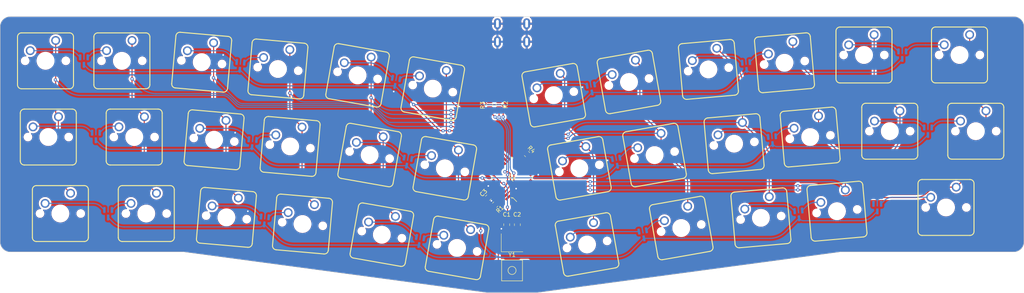
<source format=kicad_pcb>
(kicad_pcb (version 20221018) (generator pcbnew)
  (layers (0 "F.Cu" signal) (31 "B.Cu" signal) (34 "B.Paste" user) (35 "F.Paste" user) (36 "B.SilkS" user "B.Silkscreen") (37 "F.SilkS" user "F.Silkscreen") (38 "B.Mask" user) (39 "F.Mask" user) (44 "Edge.Cuts" user))
  (net 0 "")
  (net 1 "Net-(D1-A-Pad1)")
  (net 2 "Net-(D1-A-Pad2)")
  (net 3 "Net-(D2-A-Pad1)")
  (net 4 "Net-(D2-A-Pad2)")
  (net 5 "Net-(D3-A-Pad1)")
  (net 6 "Net-(D3-A-Pad2)")
  (net 7 "Net-(D4-A-Pad1)")
  (net 8 "Net-(D4-A-Pad2)")
  (net 9 "Net-(D5-A-Pad1)")
  (net 10 "Net-(D5-A-Pad2)")
  (net 11 "Net-(D6-A-Pad1)")
  (net 12 "Net-(D6-A-Pad2)")
  (net 13 "Net-(D7-A-Pad1)")
  (net 14 "Net-(D7-A-Pad2)")
  (net 15 "Net-(D8-A-Pad1)")
  (net 16 "Net-(D8-A-Pad2)")
  (net 17 "Net-(D9-A-Pad1)")
  (net 18 "Net-(D9-A-Pad2)")
  (net 19 "Net-(D10-A-Pad1)")
  (net 20 "Net-(D10-A-Pad2)")
  (net 21 "Net-(D11-A-Pad1)")
  (net 22 "Net-(D11-A-Pad2)")
  (net 23 "Net-(D12-A-Pad2)")
  (net 24 "Net-(D13-A-Pad1)")
  (net 25 "Net-(D13-A-Pad2)")
  (net 26 "Net-(D14-A-Pad1)")
  (net 27 "Net-(D14-A-Pad2)")
  (net 28 "Net-(D15-A-Pad1)")
  (net 29 "Net-(D15-A-Pad2)")
  (net 30 "Net-(D16-A-Pad1)")
  (net 31 "Net-(D16-A-Pad2)")
  (net 32 "Net-(D17-A-Pad1)")
  (net 33 "Net-(D17-A-Pad2)")
  (net 34 "GND")
  (net 35 "Net-(U1-XTAL1)")
  (net 36 "Net-(U1-PC0{slash}XTAL2)")
  (net 37 "Net-(U1-UCAP)")
  (net 38 "+5V")
  (net 39 "Net-(J1-D-)")
  (net 40 "Net-(J1-D+)")
  (net 42 "Net-(U1-D-)")
  (net 43 "Net-(U1-D+)")
  (net 44 "Net-(U1-PC1{slash}~{RESET})")
  (net 45 "Net-(U1-~{HWB}{slash}PD7)")
  (net 49 "c1")
  (net 50 "c2")
  (net 51 "c3")
  (net 52 "c4")
  (net 53 "c5")
  (net 54 "c6")
  (net 55 "c7")
  (net 56 "c8")
  (net 57 "c9")
  (net 58 "c10")
  (net 59 "c11")
  (net 60 "c12")
  (net 61 "r1")
  (net 62 "r2")
  (net 63 "r3")
  (net 64 "Net-(D18-A-Pad2)")
  (net 65 "Net-(D12-A-Pad1)")
  (footprint "custom-parts:MX_1U" (layer "F.Cu") (at 177.536405 29.93831 10)
    (fp_text reference "SW8" hide)
    (fp_text value "SW_Push_45deg")
  )
  (footprint "custom-parts:MX_1U" (layer "F.Cu") (at 223.210849 43.865392 5)
    (fp_text reference "SW22" hide)
    (fp_text value "SW_Push_45deg")
  )
  (footprint "custom-parts:MX_1U" (layer "F.Cu") (at 75.380102 44.994433 -5)
    (fp_text reference "SW15" hide)
    (fp_text value "SW_Push_45deg")
  )
  (footprint "custom-parts:MX_1U" (layer "F.Cu") (at 91.312566 27.300489 -5)
    (fp_text reference "SW4" hide)
    (fp_text value "SW_Push_45deg")
  )
  (footprint "custom-parts:MX_1U" (layer "F.Cu") (at 72.296042 25.601845 -5)
    (fp_text reference "SW3" hide)
    (fp_text value "SW_Push_45deg")
  )
  (footprint "custom-parts:MX_1U" (layer "F.Cu") (at 58.035814 63.188505)
    (fp_text reference "SW26" hide)
    (fp_text value "SW_Push_45deg")
  )
  (footprint "custom-parts:MX_1U" (layer "F.Cu") (at 190.578552 66.442427 10)
    (fp_text reference "SW32" hide)
    (fp_text value "SW_Push_45deg")
  )
  (footprint "custom-parts:MX_1U" (layer "F.Cu") (at 229.900177 62.393497 5)
    (fp_text reference "SW34" hide)
    (fp_text value "SW_Push_45deg")
  )
  (footprint "custom-parts:MX_1U" (layer "F.Cu") (at 136.411244 72.291227 -10)
    (fp_text reference "SW30" hide)
    (fp_text value "SW_Push_45deg")
  )
  (footprint "custom-parts:MX_1.5U" (layer "F.Cu") (at 260.9215 23.5585)
    (fp_text reference "SW12" hide)
    (fp_text value "SW_Push_45deg")
  )
  (footprint "custom-parts:MX_1U" (layer "F.Cu") (at 165.161957 51.520747 10)
    (fp_text reference "SW19" hide)
    (fp_text value "SW_Push_45deg")
  )
  (footprint "custom-parts:MX_1.25U" (layer "F.Cu") (at 36.604564 63.188505)
    (fp_text reference "SW25" hide)
    (fp_text value "SW_Push_45deg")
  )
  (footprint "custom-parts:MX_1.25U" (layer "F.Cu") (at 33.5915 44.069)
    (fp_text reference "SW13" hide)
    (fp_text value "SW_Push_45deg")
  )
  (footprint "custom-parts:MX_1U" (layer "F.Cu") (at 216.806156 25.302963 5)
    (fp_text reference "SW10" hide)
    (fp_text value "SW_Push_45deg")
  )
  (footprint "custom-parts:MX_1.25U" (layer "F.Cu") (at 264.9855 42.6085)
    (fp_text reference "SW24" hide)
    (fp_text value "SW_Push_45deg")
  )
  (footprint "custom-parts:MX_1U" (layer "F.Cu") (at 237.090089 23.564505)
    (fp_text reference "SW11" hide)
    (fp_text value "SW_Push_45deg")
  )
  (footprint "custom-parts:MX_1U" (layer "F.Cu") (at 32.893 25.019)
    (fp_text reference "SW1" hide)
    (fp_text value "SW_Push_45deg")
  )
  (footprint "custom-parts:MX_1U" (layer "F.Cu") (at 114.603097 49.083761 -10)
    (fp_text reference "SW17" hide)
    (fp_text value "SW_Push_45deg")
  )
  (footprint "custom-parts:MX_1U" (layer "F.Cu") (at 51.943 25.019)
    (fp_text reference "SW2" hide)
    (fp_text value "SW_Push_45deg")
  )
  (footprint "custom-parts:MX_1.5U" (layer "F.Cu") (at 167.081339 70.554505 10)
    (fp_text reference "SW31" hide)
    (fp_text value "SW_Push_45deg")
  )
  (footprint "custom-parts:MX_1U" (layer "F.Cu") (at 183.922545 48.212748 10)
    (fp_text reference "SW20" hide)
    (fp_text value "SW_Push_45deg")
  )
  (footprint "custom-parts:MX_1U" (layer "F.Cu") (at 130.357134 32.481054 -10)
    (fp_text reference "SW6" hide)
    (fp_text value "SW_Push_45deg")
  )
  (footprint "custom-parts:MX_1U" (layer "F.Cu") (at 111.596547 29.173056 -10)
    (fp_text reference "SW5" hide)
    (fp_text value "SW_Push_45deg")
  )
  (footprint "custom-parts:Molex-0548190589" (layer "F.Cu") (at 146.7485 20.828 -90)
    (fp_text reference "J1" hide)
    (fp_text value "USB_B_Mini")
  )
  (footprint "custom-parts:MX_1U" (layer "F.Cu") (at 210.922669 64.053813 5)
    (fp_text reference "SW33" hide)
    (fp_text value "SW_Push_45deg")
  )
  (footprint "custom-parts:MX_1U" (layer "F.Cu") (at 133.363685 52.391759 -10)
    (fp_text reference "SW18" hide)
    (fp_text value "SW_Push_45deg")
  )
  (footprint "custom-parts:MX_1.75U" (layer "F.Cu") (at 257.556 61.664505)
    (fp_text reference "SW35" hide)
    (fp_text value "SW_Push_45deg")
  )
  (footprint "custom-parts:MX_1U" (layer "F.Cu") (at 243.5225 42.6085)
    (fp_text reference "SW23" hide)
    (fp_text value "SW_Push_45deg")
  )
  (footprint "Capacitor_SMD:C_0805_2012Metric_Pad1.18x1.45mm_HandSolder" (layer "F.Cu") (at 145.415 71.0565 -90)
    (fp_text reference "C1")
    (fp_text value "22pf")
  )
  (footprint "custom-parts:MX_1U" (layer "F.Cu") (at 78.464164 64.387021 -5)
    (fp_text reference "SW27" hide)
    (fp_text value "SW_Push_45deg")
  )
  (footprint "Resistor_SMD:R_0805_2012Metric_Pad1.20x1.40mm_HandSolder" (layer "F.Cu") (at 141.1605 41.0685 -90)
    (fp_text reference "R3")
    (fp_text value "10k")
  )
  (footprint "custom-parts:MX_1U" (layer "F.Cu") (at 55.02275 44.069)
    (fp_text reference "SW14" hide)
    (fp_text value "SW_Push_45deg")
  )
  (footprint "Resistor_SMD:R_0805_2012Metric_Pad1.20x1.40mm_HandSolder" (layer "F.Cu") (at 150.495 53.4035 135)
    (fp_text reference "R4")
    (fp_text value "10k")
  )
  (footprint "custom-parts:MX_1U" (layer "F.Cu") (at 117.650656 68.98323 -10)
    (fp_text reference "SW29" hide)
    (fp_text value "SW_Push_45deg")
  )
  (footprint "custom-parts:MX_1U" (layer "F.Cu") (at 197.828646 26.963278 5)
    (fp_text reference "SW9" hide)
    (fp_text value "SW_Push_45deg")
  )
  (footprint "Resistor_SMD:R_0805_2012Metric_Pad1.20x1.40mm_HandSolder" (layer "F.Cu") (at 142.5575 66.04 -135)
    (fp_text reference "R1")
    (fp_text value "10k")
  )
  (footprint "Capacitor_SMD:C_0805_2012Metric_Pad1.18x1.45mm_HandSolder" (layer "F.Cu") (at 140.807877 64.297123 45)
    (fp_text reference "C3")
    (fp_text value "1uf")
  )
  (footprint "custom-parts:MX_1U" (layer "F.Cu") (at 204.233341 45.525709 5)
    (fp_text reference "SW21" hide)
    (fp_text value "SW_Push_45deg")
  )
  (footprint "custom-parts:MX_1U" (layer "F.Cu") (at 94.357612 46.65475 -5)
    (fp_text reference "SW16" hide)
    (fp_text value "SW_Push_45deg")
  )
  (footprint "custom-parts:MX_1U" (layer "F.Cu") (at 158.775818 33.246308 10)
    (fp_text reference "SW7" hide)
    (fp_text value "SW_Push_45deg")
  )
  (footprint "Resistor_SMD:R_0805_2012Metric_Pad1.20x1.40mm_HandSolder" (layer "F.Cu") (at 143.510001 41.068499 -90)
    (fp_text reference "R2")
    (fp_text value "10k")
  )
  (footprint "Crystal:Crystal_SMD_3225-4Pin_3.2x2.5mm_HandSoldering" (layer "F.Cu") (at 146.7485 75.565)
    (fp_text reference "Y1")
    (fp_text value "Crystal_GND24_Small")
  )
  (footprint "custom-parts:SKQG-1155865" (layer "F.Cu") (at 146.7485 82.4865)
    (fp_text reference "SW36" hide)
    (fp_text value "SW_Push")
  )
  (footprint "Capacitor_SMD:C_0805_2012Metric_Pad1.18x1.45mm_HandSolder" (layer "F.Cu") (at 148.082 71.0565 -90)
    (fp_text reference "C2")
    (fp_text value "22pf")
  )
  (footprint "Package_QFP:TQFP-32_7x7mm_P0.8mm" (layer "F.Cu") (at 146.7485 59.309 135)
    (fp_text reference "U1")
    (fp_text value "ATmega32U2-A")
  )
  (footprint "custom-parts:MX_1U" (layer "F.Cu") (at 97.441672 66.047338 -5)
    (fp_text reference "SW28" hide)
    (fp_text value "SW_Push_45deg")
  )
  (footprint "custom-parts:SOT-23" (layer "B.Cu") (at 81.954176 50.73723 -95)
    (fp_text reference "D8" hide)
    (fp_text value "BAV70")
  )
  (footprint "custom-parts:SOT-23" (layer "B.Cu") (at 179.503728 73.541723 -80)
    (fp_text reference "D16" hide)
    (fp_text value "BAV70")
  )
  (footprint "custom-parts:SOT-23" (layer "B.Cu") (at 218.273824 68.51723 -85)
    (fp_text reference "D17" hide)
    (fp_text value "BAV70")
  )
  (footprint "custom-parts:SOT-23" (layer "B.Cu") (at 172.874704 55.401242 -80)
    (fp_text reference "D10" hide)
    (fp_text value "BAV70")
  )
  (footprint "custom-parts:SOT-23" (layer "B.Cu") (at 244.0965 28.687 -90)
    (fp_text reference "D6" hide)
    (fp_text value "BAV70")
  )
  (footprint "custom-parts:SOT-23" (layer "B.Cu") (at 205.192824 31.43323 -85)
    (fp_text reference "D5" hide)
    (fp_text value "BAV70")
  )
  (footprint "custom-parts:SOT-23" (layer "B.Cu") (at 45.9765 68.311 -90)
    (fp_text reference "D13" hide)
    (fp_text value "BAV70")
  )
  (footprint "custom-parts:SOT-23" (layer "B.Cu") (at 211.669824 49.97523 -85)
    (fp_text reference "D11" hide)
    (fp_text value "BAV70")
  )
  (footprint "custom-parts:SOT-23" (layer "B.Cu") (at 39.9415 30.1625 -90)
    (fp_text reference "D1" hide)
    (fp_text value "BAV70")
  )
  (footprint "custom-parts:SOT-23" (layer "B.Cu") (at 120.597272 55.380723 -100)
    (fp_text reference "D9" hide)
    (fp_text value "BAV70")
  )
  (footprint "custom-parts:SOT-23" (layer "B.Cu") (at 78.918407 31.394635 -95)
    (fp_text reference "D2" hide)
    (fp_text value "BAV70")
  )
  (footprint "custom-parts:SOT-23" (layer "B.Cu") (at 166.549728 37.092723 -80)
    (fp_text reference "D4" hide)
    (fp_text value "BAV70")
  )
  (footprint "custom-parts:SOT-23" (layer "B.Cu") (at 42.9235 49.007 -90)
    (fp_text reference "D7" hide)
    (fp_text value "BAV70")
  )
  (footprint "custom-parts:SOT-23" (layer "B.Cu") (at 123.670296 75.213242 -100)
    (fp_text reference "D15" hide)
    (fp_text value "BAV70")
  )
  (footprint "custom-parts:SOT-23" (layer "B.Cu") (at 85.002176 70.04123 -95)
    (fp_text reference "D14" hide)
    (fp_text value "BAV70")
  )
  (footprint "custom-parts:SOT-23" (layer "B.Cu") (at 117.676272 35.441723 -100)
    (fp_text reference "D3" hide)
    (fp_text value "BAV70")
  )
  (footprint "custom-parts:SOT-23" (layer "B.Cu") (at 250.5075 47.6885 -90)
    (fp_text reference "D12" hide)
    (fp_text value "BAV70")
  )
  (footprint "custom-parts:SOT-23" (layer "B.Cu") (at 237.8735 66.787 -90)
    (fp_text reference "D18" hide)
    (fp_text value "BAV70")
  )
  (gr_arc (start 271.947 19.05) (mid 273.714767 19.782233) (end 274.447 21.55) (stroke (width 0.1)) (layer "Edge.Cuts"))
  (gr_line (start 19.05 75.351) (end 19.05 21.55) (stroke (width 0.1)) (layer "Edge.Cuts"))
  (gr_line (start 274.447 21.55) (end 274.447 75.351) (stroke (width 0.1)) (layer "Edge.Cuts"))
  (gr_arc (start 274.447 75.351) (mid 273.714767 77.118767) (end 271.947 77.851) (stroke (width 0.1)) (layer "Edge.Cuts"))
  (gr_line (start 228.6635 77.851) (end 271.947 77.851) (stroke (width 0.1)) (layer "Edge.Cuts"))
  (gr_line (start 146.7485 88.011) (end 153.0985 88.011) (stroke (width 0.1)) (layer "Edge.Cuts"))
  (gr_arc (start 21.55 77.851) (mid 19.782233 77.118767) (end 19.05 75.351) (stroke (width 0.1)) (layer "Edge.Cuts"))
  (gr_line (start 21.55 77.851) (end 64.8335 77.851) (stroke (width 0.1)) (layer "Edge.Cuts"))
  (gr_line (start 21.55 19.05) (end 271.947 19.05) (stroke (width 0.1)) (layer "Edge.Cuts"))
  (gr_line (start 153.0985 88.011) (end 228.6635 77.851) (stroke (width 0.1)) (layer "Edge.Cuts"))
  (gr_line (start 64.8335 77.851) (end 140.3985 88.011) (stroke (width 0.1)) (layer "Edge.Cuts"))
  (gr_line (start 140.3985 88.011) (end 146.7485 88.011) (stroke (width 0.1)) (layer "Edge.Cuts"))
  (gr_arc (start 19.05 21.55) (mid 19.782233 19.782233) (end 21.55 19.05) (stroke (width 0.1)) (layer "Edge.Cuts"))
  (segment (start 36.14746 27.559) (end 26.543 27.559) (width 0.25) (layer "B.Cu") (net 1))
  (segment (start 38.1585 28.392) (end 38.9915 29.225) (width 0.25) (layer "B.Cu") (net 1))
  (arc (start 38.1585 28.392) (mid 37.235827 27.775489) (end 36.14746 27.559) (width 0.25) (layer "B.Cu") (net 1))
  (segment (start 41.7245 28.392) (end 40.8915 29.225) (width 0.25) (layer "B.Cu") (net 2))
  (segment (start 43.735539 27.559) (end 45.593 27.559) (width 0.25) (layer "B.Cu") (net 2))
  (arc (start 43.735539 27.559) (mid 42.647172 27.775489) (end 41.7245 28.392) (width 0.25) (layer "B.Cu") (net 2))
  (segment (start 76.064327 28.388501) (end 78.053731 30.377905) (width 0.25) (layer "B.Cu") (net 3))
  (segment (start 74.109392 27.578741) (end 65.74883 27.578741) (width 0.25) (layer "B.Cu") (net 3))
  (arc (start 76.064327 28.388501) (mid 75.167395 27.789191) (end 74.109392 27.578741) (width 0.25) (layer "B.Cu") (net 3))
  (segment (start 80.579557 29.910442) (end 79.9465 30.5435) (width 0.25) (layer "B.Cu") (net 4))
  (segment (start 82.107893 29.277385) (end 84.765354 29.277385) (width 0.25) (layer "B.Cu") (net 4))
  (arc (start 82.107893 29.277385) (mid 81.280763 29.441911) (end 80.579557 29.910442) (width 0.25) (layer "B.Cu") (net 4))
  (segment (start 104.946769 30.598056) (end 110.894092 30.598056) (width 0.25) (layer "B.Cu") (net 5))
  (segment (start 114.741848 32.191848) (end 116.9035 34.3535) (width 0.25) (layer "B.Cu") (net 5))
  (segment (start 104.915078 30.584929) (end 104.901951 30.571802) (width 0.25) (layer "B.Cu") (net 5))
  (arc (start 114.741848 32.191848) (mid 112.976482 31.012269) (end 110.894092 30.598056) (width 0.25) (layer "B.Cu") (net 5))
  (arc (start 104.915078 30.584929) (mid 104.929618 30.594644) (end 104.946769 30.598056) (width 0.25) (layer "B.Cu") (net 5))
  (segment (start 119.176451 34.281616) (end 118.774635 34.683432) (width 0.25) (layer "B.Cu") (net 6))
  (segment (start 120.14652 33.8798) (end 123.662538 33.8798) (width 0.25) (layer "B.Cu") (net 6))
  (arc (start 120.14652 33.8798) (mid 119.621522 33.984228) (end 119.176451 34.281616) (width 0.25) (layer "B.Cu") (net 6))
  (segment (start 165.159342 36.042409) (end 165.451365 36.334432) (width 0.25) (layer "B.Cu") (net 7))
  (segment (start 154.84117 35.750387) (end 164.454337 35.750387) (width 0.25) (layer "B.Cu") (net 7))
  (segment (start 153.513354 36.300386) (end 152.963355 36.850386) (width 0.25) (layer "B.Cu") (net 7))
  (arc (start 154.84117 35.750387) (mid 154.122561 35.893327) (end 153.513354 36.300386) (width 0.25) (layer "B.Cu") (net 7))
  (arc (start 165.159342 36.042409) (mid 164.835883 35.826281) (end 164.454337 35.750387) (width 0.25) (layer "B.Cu") (net 7))
  (segment (start 169.098955 34.228044) (end 167.3225 36.0045) (width 0.25) (layer "B.Cu") (net 8))
  (segment (start 170.754277 33.542388) (end 171.723942 33.542388) (width 0.25) (layer "B.Cu") (net 8))
  (arc (start 170.754277 33.542388) (mid 169.858423 33.720584) (end 169.098955 34.228044) (width 0.25) (layer "B.Cu") (net 8))
  (segment (start 192.274184 29.497051) (end 191.724185 30.047051) (width 0.25) (layer "B.Cu") (net 9))
  (segment (start 193.602 28.947052) (end 201.373538 28.947052) (width 0.25) (layer "B.Cu") (net 9))
  (segment (start 203.347209 29.764573) (end 204.164731 30.582095) (width 0.25) (layer "B.Cu") (net 9))
  (arc (start 193.602 28.947052) (mid 192.883391 29.089992) (end 192.274184 29.497051) (width 0.25) (layer "B.Cu") (net 9))
  (arc (start 203.347209 29.764573) (mid 202.441681 29.159518) (end 201.373538 28.947052) (width 0.25) (layer "B.Cu") (net 9))
  (segment (start 209.394479 28.386736) (end 210.701695 28.386736) (width 0.25) (layer "B.Cu") (net 10))
  (segment (start 207.162923 29.311076) (end 206.0575 30.4165) (width 0.25) (layer "B.Cu") (net 10))
  (arc (start 209.394479 28.386736) (mid 208.186769 28.626964) (end 207.162923 29.311076) (width 0.25) (layer "B.Cu") (net 10))
  (segment (start 242.324002 26.927002) (end 243.1465 27.7495) (width 0.25) (layer "B.Cu") (net 11))
  (segment (start 240.338317 26.104505) (end 230.740089 26.104505) (width 0.25) (layer "B.Cu") (net 11))
  (arc (start 242.324002 26.927002) (mid 241.412962 26.318265) (end 240.338317 26.104505) (width 0.25) (layer "B.Cu") (net 11))
  (segment (start 249.881092 26.104505) (end 247.854682 26.104505) (width 0.25) (layer "B.Cu") (net 12))
  (segment (start 245.868997 26.927002) (end 245.0465 27.7495) (width 0.25) (layer "B.Cu") (net 12))
  (segment (start 249.89559 26.0985) (end 254.5715 26.0985) (width 0.25) (layer "B.Cu") (net 12))
  (arc (start 249.888341 26.101502) (mid 249.885015 26.103724) (end 249.881092 26.104505) (width 0.25) (layer "B.Cu") (net 12))
  (arc (start 247.854682 26.104505) (mid 246.780037 26.318265) (end 245.868997 26.927002) (width 0.25) (layer "B.Cu") (net 12))
  (arc (start 249.89559 26.0985) (mid 249.891667 26.09928) (end 249.888341 26.101502) (width 0.25) (layer "B.Cu") (net 12))
  (segment (start 41.148 47.244) (end 41.9735 48.0695) (width 0.25) (layer "B.Cu") (net 13))
  (segment (start 39.155066 46.4185) (end 27.206564 46.4185) (width 0.25) (layer "B.Cu") (net 13))
  (arc (start 41.148 47.244) (mid 40.233634 46.63304) (end 39.155066 46.4185) (width 0.25) (layer "B.Cu") (net 13))
  (segment (start 44.699 47.244) (end 43.8735 48.0695) (width 0.25) (layer "B.Cu") (net 14))
  (segment (start 46.691933 46.4185) (end 48.637814 46.4185) (width 0.25) (layer "B.Cu") (net 14))
  (arc (start 46.691933 46.4185) (mid 45.613365 46.63304) (end 44.699 47.244) (width 0.25) (layer "B.Cu") (net 14))
  (segment (start 76.396371 46.971329) (end 68.83289 46.971329) (width 0.25) (layer "B.Cu") (net 15))
  (segment (start 79.714914 48.345914) (end 81.0895 49.7205) (width 0.25) (layer "B.Cu") (net 15))
  (arc (start 79.714914 48.345914) (mid 78.192353 47.328572) (end 76.396371 46.971329) (width 0.25) (layer "B.Cu") (net 15))
  (segment (start 83.609493 49.25887) (end 82.982269 49.886095) (width 0.25) (layer "B.Cu") (net 16))
  (segment (start 85.123747 48.631646) (end 87.8104 48.631646) (width 0.25) (layer "B.Cu") (net 16))
  (arc (start 85.123747 48.631646) (mid 84.304238 48.794656) (end 83.609493 49.25887) (width 0.25) (layer "B.Cu") (net 16))
  (segment (start 113.786797 50.508761) (end 107.953319 50.508761) (width 0.25) (layer "B.Cu") (net 17))
  (segment (start 117.634553 52.102553) (end 119.8245 54.2925) (width 0.25) (layer "B.Cu") (net 17))
  (segment (start 107.921628 50.495634) (end 107.908501 50.482507) (width 0.25) (layer "B.Cu") (net 17))
  (arc (start 117.634553 52.102553) (mid 115.869187 50.922974) (end 113.786797 50.508761) (width 0.25) (layer "B.Cu") (net 17))
  (arc (start 107.921628 50.495634) (mid 107.936168 50.505349) (end 107.953319 50.508761) (width 0.25) (layer "B.Cu") (net 17))
  (segment (start 123.115823 53.790505) (end 126.669089 53.790505) (width 0.25) (layer "B.Cu") (net 18))
  (segment (start 122.111598 54.206468) (end 121.695635 54.622432) (width 0.25) (layer "B.Cu") (net 18))
  (arc (start 123.115823 53.790505) (mid 122.57234 53.89861) (end 122.111598 54.206468) (width 0.25) (layer "B.Cu") (net 18))
  (segment (start 159.899493 54.574825) (end 159.349494 55.124825) (width 0.25) (layer "B.Cu") (net 19))
  (segment (start 161.227309 54.024826) (end 170.721135 54.024826) (width 0.25) (layer "B.Cu") (net 19))
  (segment (start 171.467278 54.333888) (end 171.776341 54.642951) (width 0.25) (layer "B.Cu") (net 19))
  (arc (start 161.227309 54.024826) (mid 160.5087 54.167766) (end 159.899493 54.574825) (width 0.25) (layer "B.Cu") (net 19))
  (arc (start 171.467278 54.333888) (mid 171.124944 54.105148) (end 170.721135 54.024826) (width 0.25) (layer "B.Cu") (net 19))
  (segment (start 175.448437 52.512057) (end 173.647476 54.313019) (width 0.25) (layer "B.Cu") (net 20))
  (segment (start 177.126875 51.816826) (end 178.110082 51.816826) (width 0.25) (layer "B.Cu") (net 20))
  (arc (start 177.126875 51.816826) (mid 176.218511 51.99751) (end 175.448437 52.512057) (width 0.25) (layer "B.Cu") (net 20))
  (segment (start 198.678879 48.059482) (end 198.12888 48.609482) (width 0.25) (layer "B.Cu") (net 21))
  (segment (start 209.834425 48.316789) (end 210.641731 49.124095) (width 0.25) (layer "B.Cu") (net 21))
  (segment (start 207.885415 47.509483) (end 200.006695 47.509483) (width 0.25) (layer "B.Cu") (net 21))
  (arc (start 200.006695 47.509483) (mid 199.288086 47.652423) (end 198.678879 48.059482) (width 0.25) (layer "B.Cu") (net 21))
  (arc (start 209.834425 48.316789) (mid 208.940211 47.719294) (end 207.885415 47.509483) (width 0.25) (layer "B.Cu") (net 21))
  (segment (start 215.825111 46.949165) (end 217.106388 46.949165) (width 0.25) (layer "B.Cu") (net 22))
  (segment (start 213.637835 47.855164) (end 212.5345 48.9585) (width 0.25) (layer "B.Cu") (net 22))
  (arc (start 215.825111 46.949165) (mid 214.641366 47.184626) (end 213.637835 47.855164) (width 0.25) (layer "B.Cu") (net 22))
  (segment (start 254.193138 45.1485) (end 258.6355 45.1485) (width 0.25) (layer "B.Cu") (net 23))
  (segment (start 252.25875 45.94975) (end 251.4575 46.751) (width 0.25) (layer "B.Cu") (net 23))
  (arc (start 254.193138 45.1485) (mid 253.146254 45.356738) (end 252.25875 45.94975) (width 0.25) (layer "B.Cu") (net 23))
  (segment (start 44.204002 66.551002) (end 45.0265 67.3735) (width 0.25) (layer "B.Cu") (net 24))
  (segment (start 42.218317 65.728505) (end 30.254564 65.728505) (width 0.25) (layer "B.Cu") (net 24))
  (arc (start 44.204002 66.551002) (mid 43.292962 65.942265) (end 42.218317 65.728505) (width 0.25) (layer "B.Cu") (net 24))
  (segment (start 49.734682 65.728505) (end 51.685814 65.728505) (width 0.25) (layer "B.Cu") (net 25))
  (segment (start 47.748997 66.551002) (end 46.9265 67.3735) (width 0.25) (layer "B.Cu") (net 25))
  (arc (start 49.734682 65.728505) (mid 48.660037 65.942265) (end 47.748997 66.551002) (width 0.25) (layer "B.Cu") (net 25))
  (segment (start 82.807208 67.694208) (end 84.1375 69.0245) (width 0.25) (layer "B.Cu") (net 26))
  (segment (start 79.5956 66.363917) (end 71.916952 66.363917) (width 0.25) (layer "B.Cu") (net 26))
  (arc (start 82.807208 67.694208) (mid 81.33371 66.709648) (end 79.5956 66.363917) (width 0.25) (layer "B.Cu") (net 26))
  (segment (start 88.020518 68.024234) (end 90.89446 68.024234) (width 0.25) (layer "B.Cu") (net 27))
  (segment (start 86.613199 68.607164) (end 86.030269 69.190095) (width 0.25) (layer "B.Cu") (net 27))
  (arc (start 88.020518 68.024234) (mid 87.258882 68.175732) (end 86.613199 68.607164) (width 0.25) (layer "B.Cu") (net 27))
  (segment (start 110.969187 70.395103) (end 110.95606 70.381976) (width 0.25) (layer "B.Cu") (net 28))
  (segment (start 120.774527 72.002022) (end 122.897524 74.125019) (width 0.25) (layer "B.Cu") (net 28))
  (segment (start 111.000878 70.40823) (end 116.926771 70.40823) (width 0.25) (layer "B.Cu") (net 28))
  (arc (start 120.774527 72.002022) (mid 119.009161 70.822443) (end 116.926771 70.40823) (width 0.25) (layer "B.Cu") (net 28))
  (arc (start 110.969187 70.395103) (mid 110.983727 70.404818) (end 111.000878 70.40823) (width 0.25) (layer "B.Cu") (net 28))
  (segment (start 126.074558 73.689973) (end 129.716648 73.689973) (width 0.25) (layer "B.Cu") (net 29))
  (segment (start 125.151148 74.072462) (end 124.768659 74.454951) (width 0.25) (layer "B.Cu") (net 29))
  (arc (start 126.074558 73.689973) (mid 125.574812 73.789378) (end 125.151148 74.072462) (width 0.25) (layer "B.Cu") (net 29))
  (segment (start 161.956451 73.471007) (end 161.268876 74.158583) (width 0.25) (layer "B.Cu") (net 30))
  (segment (start 163.616405 72.783432) (end 178.405365 72.783432) (width 0.25) (layer "B.Cu") (net 30))
  (arc (start 163.616405 72.783432) (mid 162.718044 72.962126) (end 161.956451 73.471007) (width 0.25) (layer "B.Cu") (net 30))
  (segment (start 181.947186 70.782813) (end 180.2765 72.4535) (width 0.25) (layer "B.Cu") (net 31))
  (segment (start 183.724792 70.046505) (end 184.766089 70.046505) (width 0.25) (layer "B.Cu") (net 31))
  (arc (start 183.724792 70.046505) (mid 182.762758 70.237865) (end 181.947186 70.782813) (width 0.25) (layer "B.Cu") (net 31))
  (segment (start 216.431477 66.851841) (end 217.245731 67.666095) (width 0.25) (layer "B.Cu") (net 32))
  (segment (start 205.368207 66.587586) (end 204.818208 67.137586) (width 0.25) (layer "B.Cu") (net 32))
  (segment (start 206.696023 66.037587) (end 214.465693 66.037587) (width 0.25) (layer "B.Cu") (net 32))
  (arc (start 216.431477 66.851841) (mid 215.529567 66.249204) (end 214.465693 66.037587) (width 0.25) (layer "B.Cu") (net 32))
  (arc (start 206.696023 66.037587) (mid 205.977414 66.180527) (end 205.368207 66.587586) (width 0.25) (layer "B.Cu") (net 32))
  (segment (start 222.478723 65.47727) (end 223.795716 65.47727) (width 0.25) (layer "B.Cu") (net 33))
  (segment (start 220.230475 66.408524) (end 219.1385 67.5005) (width 0.25) (layer "B.Cu") (net 33))
  (arc (start 222.478723 65.47727) (mid 221.26198 65.719295) (end 220.230475 66.408524) (width 0.25) (layer "B.Cu") (net 33))
  (segment (start 144.6985 73.815) (end 145.2985 74.415) (width 0.25) (layer "F.Cu") (net 34))
  (segment (start 141.558122 65.030746) (end 140.074254 65.030746) (width 0.25) (layer "F.Cu") (net 34))
  (segment (start 141.56395 65.065049) (end 141.569877 65.059123) (width 0.25) (layer "F.Cu") (net 34))
  (segment (start 141.57325 65.0875) (end 141.605 65.0875) (width 0.25) (layer "F.Cu") (net 34))
  (segment (start 144.0945 71.3395) (end 145.415 70.019) (width 0.25) (layer "F.Cu") (net 34))
  (segment (start 143.200726 62.291088) (end 143.460453 62.031361) (width 0.25) (layer "F.Cu") (net 34))
  (segment (start 144.0985 72.366471) (end 144.0985 71.341156) (width 0.25) (layer "F.Cu") (net 34))
  (segment (start 142.538942 64.090056) (end 141.62745 65.001549) (width 0.25) (layer "F.Cu") (net 34))
  (segment (start 142.940999 63.119408) (end 142.940999 62.918124) (width 0.25) (layer "F.Cu") (net 34))
  (segment (start 147.7645 62.0395) (end 148.881564 63.156564) (width 0.25) (layer "F.Cu") (net 34))
  (segment (start 148.896454 63.162732) (end 148.905176 63.162732) (width 0.25) (layer "F.Cu") (net 34))
  (segment (start 144.0905 72.0725) (end 144.0905 71.349156) (width 0.25) (layer "F.Cu") (net 34))
  (segment (start 141.605 65.05575) (end 141.605 65.0875) (width 0.25) (layer "F.Cu") (net 34))
  (via (at 80.8355 67.691) (size 0.8) (drill 0.4) (layers "F.Cu" "B.Cu") (net 34))
  (via (at 77.6605 48.0695) (size 0.8) (drill 0.4) (layers "F.Cu" "B.Cu") (net 34))
  (via (at 140.827186 61.377288) (size 0.8) (drill 0.4) (layers "F.Cu" "B.Cu") (net 34))
  (via (at 74.676 28.6385) (size 0.8) (drill 0.4) (layers "F.Cu" "B.Cu") (net 34))
  (via (at 141.605 65.0875) (size 0.8) (drill 0.4) (layers "F.Cu" "B.Cu") (net 34))
  (via (at 144.0905 72.0725) (size 0.8) (drill 0.4) (layers "F.Cu" "B.Cu") (net 34))
  (via (at 170.561 54.991) (size 0.8) (drill 0.4) (layers "F.Cu" "B.Cu") (net 34))
  (via (at 117.221 37.7825) (size 0.8) (drill 0.4) (layers "F.Cu" "B.Cu") (net 34))
  (via (at 147.7645 62.0395) (size 0.8) (drill 0.4) (layers "F.Cu" "B.Cu") (net 34))
  (via (at 153.289 58.547) (size 0.8) (drill 0.4) (layers "F.Cu" "B.Cu") (net 34))
  (via (at 164.2745 36.703) (size 0.8) (drill 0.4) (layers "F.Cu" "B.Cu") (net 34))
  (arc (start 141.569877 65.059123) (mid 141.57348 65.041007) (end 141.558122 65.030746) (width 0.25) (layer "F.Cu") (net 34))
  (arc (start 142.940999 63.119408) (mid 142.836507 63.644719) (end 142.538942 64.090056) (width 0.25) (layer "F.Cu") (net 34))
  (arc (start 144.0985 72.366471) (mid 144.254434 73.150409) (end 144.6985 73.815) (width 0.25) (layer "F.Cu") (net 34))
  (arc (start 148.881564 63.156564) (mid 148.888395 63.161128) (end 148.896454 63.162732) (width 0.25) (layer "F.Cu") (net 34))
  (arc (start 144.0985 71.341156) (mid 144.097053 71.338991) (end 144.0945 71.3395) (width 0.25) (layer "F.Cu") (net 34))
  (arc (start 144.0945 71.3395) (mid 144.0945 71.3395) (end 144.0945 71.3395) (width 0.25) (layer "F.Cu") (net 34))
  (arc (start 143.200726 62.291088) (mid 143.008499 62.578774) (end 142.940999 62.918124) (width 0.25) (layer "F.Cu") (net 34))
  (arc (start 141.62745 65.001549) (mid 141.610834 65.026416) (end 141.605 65.05575) (width 0.25) (layer "F.Cu") (net 34))
  (arc (start 144.0905 71.349156) (mid 144.091539 71.34393) (end 144.0945 71.3395) (width 0.25) (layer "F.Cu") (net 34))
  (arc (start 141.56395 65.065049) (mid 141.561099 65.079381) (end 141.57325 65.0875) (width 0.25) (layer "F.Cu") (net 34))
  (arc (start 144.0945 71.3395) (mid 144.091539 71.34393) (end 144.0905 71.349156) (width 0.25) (layer "F.Cu") (net 34))
  (segment (start 147.177902 64.890005) (end 147.773805 64.294103) (width 0.25) (layer "F.Cu") (net 35))
  (segment (start 145.704566 76.608933) (end 146.560085 75.753416) (width 0.25) (layer "F.Cu") (net 35))
  (segment (start 146.582 66.328641) (end 146.582 70.101806) (width 0.25) (layer "F.Cu") (net 35))
  (segment (start 145.4485 76.715) (end 145.2985 76.715) (width 0.25) (layer "F.Cu") (net 35))
  (segment (start 146.596476 73.275476) (end 145.415 72.094) (width 0.25) (layer "F.Cu") (net 35))
  (segment (start 146.6735 73.461428) (end 146.6735 75.479609) (width 0.25) (layer "F.Cu") (net 35))
  (segment (start 145.9985 71.5105) (end 145.415 72.094) (width 0.25) (layer "F.Cu") (net 35))
  (arc (start 145.704566 76.608933) (mid 145.587081 76.687434) (end 145.4485 76.715) (width 0.25) (layer "F.Cu") (net 35))
  (arc (start 146.582 70.101806) (mid 146.430353 70.864185) (end 145.9985 71.5105) (width 0.25) (layer "F.Cu") (net 35))
  (arc (start 146.596476 73.275476) (mid 146.653482 73.360792) (end 146.6735 73.461428) (width 0.25) (layer "F.Cu") (net 35))
  (arc (start 146.6735 75.479609) (mid 146.644024 75.627792) (end 146.560085 75.753416) (width 0.25) (layer "F.Cu") (net 35))
  (arc (start 147.177902 64.890005) (mid 146.736869 65.550057) (end 146.582 66.328641) (width 0.25) (layer "F.Cu") (net 35))
  (segment (start 147.945472 65.713427) (end 148.663754 64.995145) (width 0.25) (layer "F.Cu") (net 36))
  (segment (start 148.14025 74.35675) (end 148.1985 74.415) (width 0.25) (layer "F.Cu") (net 36))
  (segment (start 147.557 71.569) (end 148.082 72.094) (width 0.25) (layer "F.Cu") (net 36))
  (segment (start 148.663754 64.052681) (end 148.33949 63.728417) (width 0.25) (layer "F.Cu") (net 36))
  (segment (start 148.082 74.216122) (end 148.082 72.094) (width 0.25) (layer "F.Cu") (net 36))
  (segment (start 147.032 67.918745) (end 147.032 70.301537) (width 0.25) (layer "F.Cu") (net 36))
  (arc (start 148.663754 64.052681) (mid 148.808216 64.268884) (end 148.858945 64.523913) (width 0.25) (layer "F.Cu") (net 36))
  (arc (start 148.082 74.216122) (mid 148.097138 74.292229) (end 148.14025 74.35675) (width 0.25) (layer "F.Cu") (net 36))
  (arc (start 147.032 70.301537) (mid 147.168443 70.987483) (end 147.557 71.569) (width 0.25) (layer "F.Cu") (net 36))
  (arc (start 147.945472 65.713427) (mid 147.269403 66.725235) (end 147.032 67.918745) (width 0.25) (layer "F.Cu") (net 36))
  (arc (start 148.858945 64.523913) (mid 148.808216 64.778942) (end 148.663754 64.995145) (width 0.25) (layer "F.Cu") (net 36))
  (segment (start 141.5415 63.191222) (end 141.5415 63.5635) (width 0.25) (layer "F.Cu") (net 37))
  (segment (start 141.80474 62.555703) (end 142.894768 61.465676) (width 0.25) (layer "F.Cu") (net 37))
  (arc (start 141.80474 62.555703) (mid 141.609913 62.847281) (end 141.5415 63.191222) (width 0.25) (layer "F.Cu") (net 37))
  (segment (start 145.1485 34.020802) (end 145.1485 33.206838) (width 0.25) (layer "F.Cu") (net 38))
  (segment (start 145.15475 33.20425) (end 145.161 33.2105) (width 0.25) (layer "F.Cu") (net 38))
  (segment (start 144.535001 44.097844) (end 144.535001 41.770903) (width 0.25) (layer "F.Cu") (net 38))
  (segment (start 140.339292 39.276533) (end 140.291163 39.324663) (width 0.25) (layer "F.Cu") (net 38))
  (segment (start 140.981637 39.010465) (end 144.566691 35.425412) (width 0.25) (layer "F.Cu") (net 38))
  (segment (start 146.300579 62.585347) (end 145.15751 63.728417) (width 0.25) (layer "F.Cu") (net 38))
  (segment (start 144.522051 44.119952) (end 144.528526 44.113477) (width 0.25) (layer "F.Cu") (net 38))
  (segment (start 145.1485 33.189161) (end 145.1485 25.328) (width 0.25) (layer "F.Cu") (net 38))
  (segment (start 143.40882 65.332893) (end 143.264607 65.332893) (width 0.25) (layer "F.Cu") (net 38))
  (segment (start 140.11 39.76203) (end 140.11 40.331252) (width 0.25) (layer "F.Cu") (net 38))
  (segment (start 145.1485 33.206838) (end 145.1485 33.189161) (width 0.25) (layer "F.Cu") (net 38))
  (segment (start 147.193 58.166) (end 147.193 60.031584) (width 0.25) (layer "F.Cu") (net 38))
  (segment (start 147.396365 60.522551) (end 149.470861 62.597047) (width 0.25) (layer "F.Cu") (net 38))
  (segment (start 143.655008 65.230918) (end 145.15751 63.728417) (width 0.25) (layer "F.Cu") (net 38))
  (segment (start 146.78627 61.412786) (end 146.78627 61.013517) (width 0.25) (layer "F.Cu") (net 38))
  (segment (start 140.834072 41.055325) (end 143.819422 41.055325) (width 0.25) (layer "F.Cu") (net 38))
  (via (at 144.522051 44.119952) (size 0.8) (drill 0.4) (layers "F.Cu" "B.Cu") (net 38))
  (via (at 147.193 58.166) (size 0.8) (drill 0.4) (layers "F.Cu" "B.Cu") (net 38))
  (arc (start 145.1485 33.189161) (mid 145.150124 33.197327) (end 145.15475 33.20425) (width 0.25) (layer "F.Cu") (net 38))
  (arc (start 140.660465 39.1435) (mid 140.486647 39.178074) (end 140.339292 39.276533) (width 0.25) (layer "F.Cu") (net 38))
  (arc (start 143.655008 65.230918) (mid 143.542056 65.30639) (end 143.40882 65.332893) (width 0.25) (layer "F.Cu") (net 38))
  (arc (start 145.1485 34.020802) (mid 144.997292 34.780971) (end 144.566691 35.425412) (width 0.25) (layer "F.Cu") (net 38))
  (arc (start 140.11 40.331252) (mid 140.165116 40.608342) (end 140.322076 40.843249) (width 0.25) (layer "F.Cu") (net 38))
  (arc (start 144.325413 41.264913) (mid 144.48053 41.497063) (end 144.535001 41.770903) (width 0.25) (layer "F.Cu") (net 38))
  (arc (start 140.981637 39.010465) (mid 140.834282 39.108925) (end 140.660465 39.1435) (width 0.25) (layer "F.Cu") (net 38))
  (arc (start 144.325413 41.264913) (mid 144.093262 41.109795) (end 143.819422 41.055325) (width 0.25) (layer "F.Cu") (net 38))
  (arc (start 147.193 60.031584) (mid 147.245852 60.297293) (end 147.396365 60.522551) (width 0.25) (layer "F.Cu") (net 38))
  (arc (start 140.322076 40.843249) (mid 140.556981 41.000208) (end 140.834072 41.055325) (width 0.25) (layer "F.Cu") (net 38))
  (arc (start 146.989635 60.522551) (mid 146.839122 60.747808) (end 146.78627 61.013517) (width 0.25) (layer "F.Cu") (net 38))
  (arc (start 145.15475 33.20425) (mid 145.15076 33.203456) (end 145.1485 33.206838) (width 0.25) (layer "F.Cu") (net 38))
  (arc (start 146.989635 60.522551) (mid 147.140147 60.297293) (end 147.193 60.031584) (width 0.25) (layer "F.Cu") (net 38))
  (arc (start 140.291163 39.324663) (mid 140.157082 39.525329) (end 140.11 39.76203) (width 0.25) (layer "F.Cu") (net 38))
  (arc (start 144.535001 44.097844) (mid 144.533318 44.106304) (end 144.528526 44.113477) (width 0.25) (layer "F.Cu") (net 38))
  (arc (start 146.78627 61.412786) (mid 146.660043 62.047371) (end 146.300579 62.585347) (width 0.25) (layer "F.Cu") (net 38))
  (arc (start 147.396365 60.522551) (mid 147.193 60.438314) (end 146.989635 60.522551) (width 0.25) (layer "F.Cu") (net 38))
  (segment (start 147.193 58.166) (end 146.75125 57.72425) (width 0.25) (layer "B.Cu") (net 38))
  (segment (start 146.3095 56.657771) (end 146.3095 47.559521) (width 0.25) (layer "B.Cu") (net 38))
  (segment (start 147.193 58.166) (end 147.0025 58.3565) (width 0.25) (layer "B.Cu") (net 38))
  (segment (start 144.522051 44.119952) (end 144.522051 44.314053) (width 0.25) (layer "B.Cu") (net 38))
  (segment (start 145.415775 45.401879) (end 144.659301 44.645405) (width 0.25) (layer "B.Cu") (net 38))
  (arc (start 145.415775 45.401879) (mid 146.077228 46.391813) (end 146.3095 47.559521) (width 0.25) (layer "B.Cu") (net 38))
  (arc (start 146.3095 56.657771) (mid 146.424307 57.234945) (end 146.75125 57.72425) (width 0.25) (layer "B.Cu") (net 38))
  (arc (start 144.522051 44.314053) (mid 144.557721 44.493379) (end 144.659301 44.645405) (width 0.25) (layer "B.Cu") (net 38))
  (segment (start 145.181793 35.446706) (end 140.56 40.0685) (width 0.25) (layer "F.Cu") (net 39))
  (segment (start 145.9485 33.595711) (end 145.9485 25.328) (width 0.25) (layer "F.Cu") (net 39))
  (arc (start 145.9485 33.595711) (mid 145.749239 34.597462) (end 145.181793 35.446706) (width 0.25) (layer "F.Cu") (net 39))
  (segment (start 146.7485 33.273484) (end 146.7485 25.328) (width 0.25) (layer "F.Cu") (net 40))
  (segment (start 144.327983 36.936912) (end 145.869629 35.395266) (width 0.25) (layer "F.Cu") (net 40))
  (segment (start 143.510001 38.911697) (end 143.510001 40.068499) (width 0.25) (layer "F.Cu") (net 40))
  (arc (start 146.7485 33.273484) (mid 146.520089 34.421784) (end 145.869629 35.395266) (width 0.25) (layer "F.Cu") (net 40))
  (arc (start 144.327983 36.936912) (mid 143.722587 37.842951) (end 143.510001 38.911697) (width 0.25) (layer "F.Cu") (net 40))
  (segment (start 145.539428 57.8485) (end 144.9705 57.8485) (width 0.25) (layer "F.Cu") (net 42))
  (segment (start 141.0335 42.542) (end 140.56 42.0685) (width 0.25) (layer "F.Cu") (net 42))
  (segment (start 142.510497 44.1325) (end 141.412938 43.034941) (width 0.25) (layer "F.Cu") (net 42))
  (segment (start 146.33627 60.184776) (end 146.33627 58.645341) (width 0.25) (layer "F.Cu") (net 42))
  (segment (start 141.1605 42.425501) (end 141.1605 42.0685) (width 0.25) (layer "F.Cu") (net 42))
  (segment (start 145.464047 62.290509) (end 144.591824 63.162732) (width 0.25) (layer "F.Cu") (net 42))
  (via (at 142.510497 44.1325) (size 0.8) (drill 0.4) (layers "F.Cu" "B.Cu") (net 42))
  (via (at 144.9705 57.8485) (size 0.8) (drill 0.4) (layers "F.Cu" "B.Cu") (net 42))
  (arc (start 141.1605 42.425501) (mid 141.226106 42.755327) (end 141.412938 43.034941) (width 0.25) (layer "F.Cu") (net 42))
  (arc (start 146.10288 58.081889) (mid 145.844366 57.909155) (end 145.539428 57.8485) (width 0.25) (layer "F.Cu") (net 42))
  (arc (start 146.10288 58.081889) (mid 146.275613 58.340403) (end 146.33627 58.645341) (width 0.25) (layer "F.Cu") (net 42))
  (arc (start 146.33627 60.184776) (mid 146.109586 61.32439) (end 145.464047 62.290509) (width 0.25) (layer "F.Cu") (net 42))
  (segment (start 144.504052 45.762948) (end 143.736104 44.995) (width 0.25) (layer "B.Cu") (net 42))
  (segment (start 142.510497 44.1325) (end 142.775877 44.39788) (width 0.25) (layer "B.Cu") (net 42))
  (segment (start 145.19 57.629) (end 144.9705 57.8485) (width 0.25) (layer "B.Cu") (net 42))
  (segment (start 145.4095 47.948892) (end 145.4095 57.09908) (width 0.25) (layer "B.Cu") (net 42))
  (segment (start 143.072194 44.719999) (end 142.794122 44.441927) (width 0.25) (layer "B.Cu") (net 42))
  (arc (start 142.785 44.419904) (mid 142.78737 44.431822) (end 142.794122 44.441927) (width 0.25) (layer "B.Cu") (net 42))
  (arc (start 142.775877 44.39788) (mid 142.782629 44.407984) (end 142.785 44.419904) (width 0.25) (layer "B.Cu") (net 42))
  (arc (start 145.4095 57.09908) (mid 145.352453 57.38587) (end 145.19 57.629) (width 0.25) (layer "B.Cu") (net 42))
  (arc (start 143.736104 44.995) (mid 143.583801 44.893235) (end 143.404149 44.8575) (width 0.25) (layer "B.Cu") (net 42))
  (arc (start 144.504052 45.762948) (mid 145.174181 46.765867) (end 145.4095 47.948892) (width 0.25) (layer "B.Cu") (net 42))
  (arc (start 143.072194 44.719999) (mid 143.224496 44.821764) (end 143.404149 44.8575) (width 0.25) (layer "B.Cu") (net 42))
  (segment (start 144.818704 61.804481) (end 144.026139 62.597047) (width 0.25) (layer "F.Cu") (net 43))
  (segment (start 143.47825 44.1325) (end 143.51 44.1325) (width 0.25) (layer "F.Cu") (net 43))
  (segment (start 143.509998 44.069) (end 143.46895 44.110049) (width 0.25) (layer "F.Cu") (net 43))
  (segment (start 143.510001 44.068997) (end 143.510001 42.068499) (width 0.25) (layer "F.Cu") (net 43))
  (segment (start 143.510001 44.068998) (end 143.51 44.069) (width 0.25) (layer "F.Cu") (net 43))
  (segment (start 143.51 44.069) (end 143.51 44.1325) (width 0.25) (layer "F.Cu") (net 43))
  (segment (start 145.61127 59.891059) (end 145.61127 58.615584) (width 0.25) (layer "F.Cu") (net 43))
  (via (at 143.51 44.1325) (size 0.8) (drill 0.4) (layers "F.Cu" "B.Cu") (net 43))
  (via (at 145.61127 58.615584) (size 0.8) (drill 0.4) (layers "F.Cu" "B.Cu") (net 43))
  (arc (start 145.61127 59.891059) (mid 145.405288 60.926595) (end 144.818704 61.804481) (width 0.25) (layer "F.Cu") (net 43))
  (arc (start 143.509999 44.069) (mid 143.51 44.068999) (end 143.510001 44.068998) (width 0.25) (layer "F.Cu") (net 43))
  (arc (start 143.51 44.069) (mid 143.51 44.068999) (end 143.51 44.069) (width 0.25) (layer "F.Cu") (net 43))
  (arc (start 143.46895 44.110049) (mid 143.466099 44.124381) (end 143.47825 44.1325) (width 0.25) (layer "F.Cu") (net 43))
  (arc (start 143.509998 44.069) (mid 143.509999 44.068999) (end 143.510001 44.068997) (width 0.25) (layer "F.Cu") (net 43))
  (arc (start 143.51 44.069) (mid 143.51 44.069) (end 143.51 44.069) (width 0.25) (layer "F.Cu") (net 43))
  (arc (start 143.51 44.069) (mid 143.509999 44.069) (end 143.509998 44.069) (width 0.25) (layer "F.Cu") (net 43))
  (arc (start 143.51 44.069) (mid 143.509999 44.068999) (end 143.509999 44.069) (width 0.25) (layer "F.Cu") (net 43))
  (arc (start 143.510001 44.068997) (mid 143.51 44.068999) (end 143.51 44.069) (width 0.25) (layer "F.Cu") (net 43))
  (segment (start 143.51 44.1325) (end 144.68475 45.30725) (width 0.25) (layer "B.Cu") (net 43))
  (segment (start 145.735385 58.491469) (end 145.61127 58.615584) (width 0.25) (layer "B.Cu") (net 43))
  (segment (start 145.8595 58.191828) (end 145.8595 48.143347) (width 0.25) (layer "B.Cu") (net 43))
  (arc (start 144.68475 45.30725) (mid 145.554192 46.608462) (end 145.8595 48.143347) (width 0.25) (layer "B.Cu") (net 43))
  (arc (start 145.8595 58.191828) (mid 145.827243 58.353992) (end 145.735385 58.491469) (width 0.25) (layer "B.Cu") (net 43))
  (segment (start 143.6485 69.927188) (end 143.6485 69.35252) (width 0.25) (layer "F.Cu") (net 44))
  (segment (start 143.3195 80.074861) (end 143.3195 70.721465) (width 0.25) (layer "F.Cu") (net 44))
  (segment (start 144.190311 60.710609) (end 141.763397 58.283695) (width 0.25) (layer "F.Cu") (net 44))
  (segment (start 143.077648 67.974362) (end 141.850393 66.747107) (width 0.25) (layer "F.Cu") (net 44))
  (segment (start 143.484 80.472) (end 143.6485 80.6365) (width 0.25) (layer "F.Cu") (net 44))
  (segment (start 145.6055 66.675) (end 145.669 66.6115) (width 0.25) (layer "F.Cu") (net 44))
  (segment (start 145.150795 68.657531) (end 143.813 69.995327) (width 0.25) (layer "F.Cu") (net 44))
  (segment (start 143.813 69.995327) (end 143.484 70.324327) (width 0.25) (layer "F.Cu") (net 44))
  (segment (start 144.653 60.7695) (end 144.653 60.833) (width 0.25) (layer "F.Cu") (net 44))
  (segment (start 144.653 60.7695) (end 144.482851 60.80125) (width 0.25) (layer "F.Cu") (net 44))
  (segment (start 145.63725 67.407163) (end 145.6055 66.675) (width 0.25) (layer "F.Cu") (net 44))
  (via (at 144.653 60.7695) (size 0.8) (drill 0.4) (layers "F.Cu" "B.Cu") (net 44))
  (via (at 145.6055 66.675) (size 0.8) (drill 0.4) (layers "F.Cu" "B.Cu") (net 44))
  (arc (start 144.190311 60.710609) (mid 144.325371 60.792107) (end 144.482851 60.80125) (width 0.25) (layer "F.Cu") (net 44))
  (arc (start 143.3195 80.074861) (mid 143.362252 80.289791) (end 143.484 80.472) (width 0.25) (layer "F.Cu") (net 44))
  (arc (start 143.484 70.324327) (mid 143.362252 70.506535) (end 143.3195 70.721465) (width 0.25) (layer "F.Cu") (net 44))
  (arc (start 145.63725 67.407163) (mid 145.525436 68.083473) (end 145.150795 68.657531) (width 0.25) (layer "F.Cu") (net 44))
  (arc (start 143.6485 69.927188) (mid 143.707985 70.016215) (end 143.813 69.995327) (width 0.25) (layer "F.Cu") (net 44))
  (arc (start 143.484 70.324327) (mid 143.605747 70.142118) (end 143.6485 69.927188) (width 0.25) (layer "F.Cu") (net 44))
  (arc (start 143.077648 67.974362) (mid 143.50014 68.606666) (end 143.6485 69.35252) (width 0.25) (layer "F.Cu") (net 44))
  (segment (start 145.6055 62.395519) (end 145.6055 66.675) (width 0.25) (layer "B.Cu") (net 44))
  (segment (start 144.653 60.7695) (end 145.12925 61.24575) (width 0.25) (layer "B.Cu") (net 44))
  (arc (start 145.12925 61.24575) (mid 145.481726 61.773268) (end 145.6055 62.395519) (width 0.25) (layer "B.Cu") (net 44))
  (segment (start 151.138785 54.353028) (end 149.470861 56.020953) (width 0.25) (layer "F.Cu") (net 45))
  (segment (start 151.202107 54.200157) (end 151.202107 54.110607) (width 0.25) (layer "F.Cu") (net 45))
  (arc (start 151.202107 54.200157) (mid 151.18565 54.28289) (end 151.138785 54.353028) (width 0.25) (layer "F.Cu") (net 45))
  (segment (start 32.893 34.753098) (end 32.893 25.019) (width 0.25) (layer "F.Cu") (net 49))
  (segment (start 32.86125 34.89325) (end 32.8295 34.8615) (width 0.25) (layer "F.Cu") (net 49))
  (segment (start 33.556564 57.985243) (end 33.556564 44.302809) (width 0.25) (layer "F.Cu") (net 49))
  (segment (start 35.080564 61.664505) (end 36.604564 63.188505) (width 0.25) (layer "F.Cu") (net 49))
  (segment (start 32.86125 34.82975) (end 32.8295 34.8615) (width 0.25) (layer "F.Cu") (net 49))
  (segment (start 33.256532 43.578468) (end 32.9565 43.278436) (width 0.25) (layer "F.Cu") (net 49))
  (segment (start 132.49653 46.754086) (end 142.894768 57.152324) (width 0.25) (layer "F.Cu") (net 49))
  (segment (start 131.5085 46.496009) (end 131.873476 46.496009) (width 0.25) (layer "F.Cu") (net 49))
  (segment (start 32.893 34.969901) (end 32.893 42.876585) (width 0.25) (layer "F.Cu") (net 49))
  (segment (start 33.24225 43.71975) (end 33.5915 44.069) (width 0.25) (layer "F.Cu") (net 49))
  (via (at 32.8295 34.8615) (size 0.8) (drill 0.4) (layers "F.Cu" "B.Cu") (net 49))
  (via (at 131.5085 46.496009) (size 0.8) (drill 0.4) (layers "F.Cu" "B.Cu") (net 49))
  (arc (start 32.893 42.876585) (mid 32.983767 43.332902) (end 33.24225 43.71975) (width 0.25) (layer "F.Cu") (net 49))
  (arc (start 32.893 34.753098) (mid 32.884748 34.794581) (end 32.86125 34.82975) (width 0.25) (layer "F.Cu") (net 49))
  (arc (start 33.256532 43.578468) (mid 33.478588 43.910798) (end 33.556564 44.302809) (width 0.25) (layer "F.Cu") (net 49))
  (arc (start 132.49653 46.754086) (mid 132.21067 46.563081) (end 131.873476 46.496009) (width 0.25) (layer "F.Cu") (net 49))
  (arc (start 33.556564 57.985243) (mid 33.952638 59.976445) (end 35.080564 61.664505) (width 0.25) (layer "F.Cu") (net 49))
  (arc (start 32.86125 34.89325) (mid 32.884748 34.928417) (end 32.893 34.969901) (width 0.25) (layer "F.Cu") (net 49))
  (segment (start 74.518953 38.741198) (end 72.674047 38.741198) (width 0.25) (layer "B.Cu") (net 49))
  (segment (start 78.00975 41.309542) (end 76.529578 39.82937) (width 0.25) (layer "B.Cu") (net 49))
  (segment (start 131.5085 46.496009) (end 118.50747 46.496009) (width 0.25) (layer "B.Cu") (net 49))
  (segment (start 113.940755 44.159839) (end 114.699691 44.918775) (width 0.25) (layer "B.Cu") (net 49))
  (segment (start 35.242405 37.147405) (end 32.893 34.798) (width 0.25) (layer "B.Cu") (net 49))
  (segment (start 78.964335 41.704948) (end 110.328617 41.704948) (width 0.25) (layer "B.Cu") (net 49))
  (segment (start 112.304161 42.523245) (end 113.940755 44.159839) (width 0.25) (layer "B.Cu") (net 49))
  (segment (start 76.093663 39.393455) (end 76.529578 39.82937) (width 0.25) (layer "B.Cu") (net 49))
  (segment (start 39.090161 38.741198) (end 72.674047 38.741198) (width 0.25) (layer "B.Cu") (net 49))
  (arc (start 114.699691 44.918775) (mid 116.446714 46.086099) (end 118.50747 46.496009) (width 0.25) (layer "B.Cu") (net 49))
  (arc (start 78.00975 41.309542) (mid 78.447721 41.602187) (end 78.964335 41.704948) (width 0.25) (layer "B.Cu") (net 49))
  (arc (start 35.242405 37.147405) (mid 37.00777 38.326984) (end 39.090161 38.741198) (width 0.25) (layer "B.Cu") (net 49))
  (arc (start 76.093663 39.393455) (mid 75.37119 38.910714) (end 74.518953 38.741198) (width 0.25) (layer "B.Cu") (net 49))
  (arc (start 112.304161 42.523245) (mid 111.397773 41.917616) (end 110.328617 41.704948) (width 0.25) (layer "B.Cu") (net 49))
  (segment (start 132.61821 45.744396) (end 143.460453 56.586639) (width 0.25) (layer "F.Cu") (net 50))
  (segment (start 132.099404 45.5295) (end 131.885296 45.5295) (width 0.25) (layer "F.Cu") (net 50))
  (segment (start 56.511814 61.664505) (end 58.035814 63.188505) (width 0.25) (layer "F.Cu") (net 50))
  (segment (start 54.987814 57.985243) (end 54.987814 43.8785) (width 0.25) (layer "F.Cu") (net 50))
  (segment (start 131.5085 45.496506) (end 131.604994 45.593) (width 0.25) (layer "F.Cu") (net 50))
  (segment (start 51.943 38.811537) (end 51.943 25.019) (width 0.25) (layer "F.Cu") (net 50))
  (segment (start 53.482875 42.529125) (end 55.02275 44.069) (width 0.25) (layer "F.Cu") (net 50))
  (via (at 131.5085 45.496506) (size 0.8) (drill 0.4) (layers "F.Cu" "B.Cu") (net 50))
  (via (at 51.943 34.6075) (size 0.8) (drill 0.4) (layers "F.Cu" "B.Cu") (net 50))
  (arc (start 54.987814 57.985243) (mid 55.383888 59.976445) (end 56.511814 61.664505) (width 0.25) (layer "F.Cu") (net 50))
  (arc (start 51.943 38.811537) (mid 52.3432 40.823481) (end 53.482875 42.529125) (width 0.25) (layer "F.Cu") (net 50))
  (arc (start 132.61821 45.744396) (mid 132.38018 45.585349) (end 132.099404 45.5295) (width 0.25) (layer "F.Cu") (net 50))
  (arc (start 131.604994 45.593) (mid 131.668494 45.619302) (end 131.731994 45.593) (width 0.25) (layer "F.Cu") (net 50))
  (arc (start 131.885296 45.5295) (mid 131.802329 45.546003) (end 131.731994 45.593) (width 0.25) (layer "F.Cu") (net 50))
  (segment (start 79.431818 41.254948) (end 104.082856 41.254948) (width 0.25) (layer "B.Cu") (net 50))
  (segment (start 108.769144 41.254948) (end 104.082856 41.254948) (width 0.25) (layer "B.Cu") (net 50))
  (segment (start 74.446697 38.291198) (end 57.880661 38.291198) (width 0.25) (layer "B.Cu") (net 50))
  (segment (start 131.5085 45.496506) (end 116.488771 45.496506) (width 0.25) (layer "B.Cu") (net 50))
  (segment (start 109.418296 41.254948) (end 108.769144 41.254948) (width 0.25) (layer "B.Cu") (net 50))
  (segment (start 114.694157 44.276845) (end 115.507264 45.089952) (width 0.25) (layer "B.Cu") (net 50))
  (segment (start 77.997361 40.66077) (end 76.462999 39.126386) (width 0.25) (layer "B.Cu") (net 50))
  (segment (start 114.694157 44.276845) (end 113.266052 42.84874) (width 0.25) (layer "B.Cu") (net 50))
  (segment (start 51.943 34.6075) (end 54.032905 36.697405) (width 0.25) (layer "B.Cu") (net 50))
  (arc (start 54.032905 36.697405) (mid 55.79827 37.876984) (end 57.880661 38.291198) (width 0.25) (layer "B.Cu") (net 50))
  (arc (start 115.507264 45.089952) (mid 115.957583 45.390846) (end 116.488771 45.496506) (width 0.25) (layer "B.Cu") (net 50))
  (arc (start 77.997361 40.66077) (mid 78.655494 41.100526) (end 79.431818 41.254948) (width 0.25) (layer "B.Cu") (net 50))
  (arc (start 76.462999 39.126386) (mid 75.537913 38.508256) (end 74.446697 38.291198) (width 0.25) (layer "B.Cu") (net 50))
  (arc (start 113.266052 42.84874) (mid 111.500686 41.669161) (end 109.418296 41.254948) (width 0.25) (layer "B.Cu") (net 50))
  (segment (start 132.071751 44.505251) (end 132.08 44.5135) (width 0.25) (layer "F.Cu") (net 51))
  (segment (start 72.263 34.3535) (end 72.279521 34.336979) (width 0.25) (layer "F.Cu") (net 51))
  (segment (start 131.5085 44.497003) (end 132.005344 44.497003) (width 0.25) (layer "F.Cu") (net 51))
  (segment (start 72.296042 34.409906) (end 72.296042 39.729613) (width 0.25) (layer "F.Cu") (net 51))
  (segment (start 131.5085 44.497003) (end 132.051837 44.497003) (width 0.25) (layer "F.Cu") (net 51))
  (segment (start 75.380102 59.122197) (end 75.380102 44.994433) (width 0.25) (layer "F.Cu") (net 51))
  (segment (start 72.279521 34.370021) (end 72.263 34.3535) (width 0.25) (layer "F.Cu") (net 51))
  (segment (start 72.296042 34.297093) (end 72.296042 25.601845) (width 0.25) (layer "F.Cu") (net 51))
  (segment (start 76.922133 62.84499) (end 78.464164 64.387021) (width 0.25) (layer "F.Cu") (net 51))
  (segment (start 132.853511 44.848325) (end 144.026139 56.020953) (width 0.25) (layer "F.Cu") (net 51))
  (segment (start 75.380102 44.994433) (end 73.838072 43.452403) (width 0.25) (layer "F.Cu") (net 51))
  (via (at 131.5085 44.497003) (size 0.8) (drill 0.4) (layers "F.Cu" "B.Cu") (net 51))
  (via (at 72.263 34.3535) (size 0.8) (drill 0.4) (layers "F.Cu" "B.Cu") (net 51))
  (arc (start 132.071751 44.505251) (mid 132.062614 44.499146) (end 132.051837 44.497003) (width 0.25) (layer "F.Cu") (net 51))
  (arc (start 72.279521 34.370021) (mid 72.291748 34.38832) (end 72.296042 34.409906) (width 0.25) (layer "F.Cu") (net 51))
  (arc (start 132.853511 44.848325) (mid 132.464368 44.588308) (end 132.005344 44.497003) (width 0.25) (layer "F.Cu") (net 51))
  (arc (start 75.380102 59.122197) (mid 75.780862 61.136958) (end 76.922133 62.84499) (width 0.25) (layer "F.Cu") (net 51))
  (arc (start 72.296042 34.297093) (mid 72.291748 34.318679) (end 72.279521 34.336979) (width 0.25) (layer "F.Cu") (net 51))
  (arc (start 72.296042 39.729613) (mid 72.696802 41.744372) (end 73.838072 43.452403) (width 0.25) (layer "F.Cu") (net 51))
  (segment (start 112.459505 41.405797) (end 113.661203 42.607495) (width 0.25) (layer "B.Cu") (net 51))
  (segment (start 78.139777 40.166777) (end 72.3265 34.3535) (width 0.25) (layer "B.Cu") (net 51))
  (segment (start 102.749356 40.804948) (end 79.680459 40.804948) (width 0.25) (layer "B.Cu") (net 51))
  (segment (start 114.305532 43.251824) (end 113.661203 42.607495) (width 0.25) (layer "B.Cu") (net 51))
  (segment (start 107.435644 40.804948) (end 102.749356 40.804948) (width 0.25) (layer "B.Cu") (net 51))
  (segment (start 107.435644 40.804948) (end 111.008927 40.804948) (width 0.25) (layer "B.Cu") (net 51))
  (segment (start 131.5085 44.497003) (end 117.311659 44.497003) (width 0.25) (layer "B.Cu") (net 51))
  (arc (start 112.459505 41.405797) (mid 111.793974 40.961103) (end 111.008927 40.804948) (width 0.25) (layer "B.Cu") (net 51))
  (arc (start 114.305532 43.251824) (mid 115.684754 44.173391) (end 117.311659 44.497003) (width 0.25) (layer "B.Cu") (net 51))
  (arc (start 78.139777 40.166777) (mid 78.846648 40.639093) (end 79.680459 40.804948) (width 0.25) (layer "B.Cu") (net 51))
  (segment (start 92.835089 45.132227) (end 94.357612 46.65475) (width 0.25) (layer "F.Cu") (net 52))
  (segment (start 95.899642 64.505308) (end 97.441672 66.047338) (width 0.25) (layer "F.Cu") (net 52))
  (segment (start 131.5085 43.4975) (end 131.5085 43.3705) (width 0.25) (layer "F.Cu") (net 52))
  (segment (start 133.032 43.895444) (end 144.591824 55.455268) (width 0.25) (layer "F.Cu") (net 52))
  (segment (start 94.357612 46.65475) (end 94.357612 60.782518) (width 0.25) (layer "F.Cu") (net 52))
  (segment (start 131.5085 43.4975) (end 132.071278 43.4975) (width 0.25) (layer "F.Cu") (net 52))
  (segment (start 91.312566 41.456531) (end 91.312566 27.300489) (width 0.25) (layer "F.Cu") (net 52))
  (via (at 131.5085 43.4975) (size 0.8) (drill 0.4) (layers "F.Cu" "B.Cu") (net 52))
  (via (at 91.313 38.1635) (size 0.8) (drill 0.4) (layers "F.Cu" "B.Cu") (net 52))
  (arc (start 94.357612 60.782518) (mid 94.758372 62.797277) (end 95.899642 64.505308) (width 0.25) (layer "F.Cu") (net 52))
  (arc (start 133.032 43.895444) (mid 132.591217 43.600922) (end 132.071278 43.4975) (width 0.25) (layer "F.Cu") (net 52))
  (arc (start 91.312566 41.456531) (mid 91.708256 43.445803) (end 92.835089 45.132227) (width 0.25) (layer "F.Cu") (net 52))
  (segment (start 95.054035 40.354948) (end 109.822932 40.354948) (width 0.25) (layer "B.Cu") (net 52))
  (segment (start 91.313 38.1635) (end 92.408724 39.259224) (width 0.25) (layer "B.Cu") (net 52))
  (segment (start 131.5085 43.4975) (end 117.409723 43.4975) (width 0.25) (layer "B.Cu") (net 52))
  (arc (start 113.616328 41.926224) (mid 115.356752 43.089138) (end 117.409723 43.4975) (width 0.25) (layer "B.Cu") (net 52))
  (arc (start 92.408724 39.259224) (mid 93.622403 40.070178) (end 95.054035 40.354948) (width 0.25) (layer "B.Cu") (net 52))
  (arc (start 113.616328 41.926224) (mid 111.875903 40.763309) (end 109.822932 40.354948) (width 0.25) (layer "B.Cu") (net 52))
  (segment (start 111.596547 39.352672) (end 111.596547 43.951259) (width 0.25) (layer "F.Cu") (net 53))
  (segment (start 133.21049 42.942563) (end 145.15751 54.889583) (width 0.25) (layer "F.Cu") (net 53))
  (segment (start 111.583023 39.320023) (end 111.5695 39.3065) (width 0.25) (layer "F.Cu") (net 53))
  (segment (start 132.137212 42.497997) (end 131.5085 42.497997) (width 0.25) (layer "F.Cu") (net 53))
  (segment (start 111.596547 39.260327) (end 111.596547 29.173056) (width 0.25) (layer "F.Cu") (net 53))
  (segment (start 114.603097 49.083761) (end 113.099822 47.580486) (width 0.25) (layer "F.Cu") (net 53))
  (segment (start 111.583023 39.292976) (end 111.5695 39.3065) (width 0.25) (layer "F.Cu") (net 53))
  (segment (start 131.445 42.426248) (end 131.445 42.418) (width 0.25) (layer "F.Cu") (net 53))
  (segment (start 131.450832 42.440329) (end 131.5085 42.497997) (width 0.25) (layer "F.Cu") (net 53))
  (segment (start 114.603097 63.780721) (end 114.603097 49.083761) (width 0.25) (layer "F.Cu") (net 53))
  (segment (start 116.126876 67.45945) (end 117.650656 68.98323) (width 0.25) (layer "F.Cu") (net 53))
  (via (at 131.5085 42.497997) (size 0.8) (drill 0.4) (layers "F.Cu" "B.Cu") (net 53))
  (via (at 111.5695 39.3065) (size 0.8) (drill 0.4) (layers "F.Cu" "B.Cu") (net 53))
  (arc (start 111.583023 39.320023) (mid 111.593032 39.335002) (end 111.596547 39.352672) (width 0.25) (layer "F.Cu") (net 53))
  (arc (start 114.603097 63.780721) (mid 114.999114 65.771635) (end 116.126876 67.45945) (width 0.25) (layer "F.Cu") (net 53))
  (arc (start 131.445 42.426248) (mid 131.446515 42.433868) (end 131.450832 42.440329) (width 0.25) (layer "F.Cu") (net 53))
  (arc (start 133.21049 42.942563) (mid 132.718066 42.613535) (end 132.137212 42.497997) (width 0.25) (layer "F.Cu") (net 53))
  (arc (start 111.596547 43.951259) (mid 111.987235 45.915382) (end 113.099822 47.580486) (width 0.25) (layer "F.Cu") (net 53))
  (arc (start 111.596547 39.260327) (mid 111.593032 39.277996) (end 111.583023 39.292976) (width 0.25) (layer "F.Cu") (net 53))
  (segment (start 113.230704 40.904204) (end 111.633 39.3065) (width 0.25) (layer "B.Cu") (net 53))
  (segment (start 131.5085 42.497997) (end 117.07846 42.497997) (width 0.25) (layer "B.Cu") (net 53))
  (arc (start 113.230704 40.904204) (mid 114.996069 42.083783) (end 117.07846 42.497997) (width 0.25) (layer "B.Cu") (net 53))
  (segment (start 131.860409 50.888483) (end 133.363685 52.391759) (width 0.25) (layer "F.Cu") (net 54))
  (segment (start 130.357134 47.259255) (end 130.357134 32.481054) (width 0.25) (layer "F.Cu") (net 54))
  (segment (start 134.887464 70.767447) (end 136.411244 72.291227) (width 0.25) (layer "F.Cu") (net 54))
  (segment (start 131.950926 40.551628) (end 145.723195 54.323897) (width 0.25) (layer "F.Cu") (net 54))
  (segment (start 133.363685 67.088718) (end 133.363685 52.391759) (width 0.25) (layer "F.Cu") (net 54))
  (segment (start 130.357134 36.703872) (end 130.357134 32.481054) (width 0.25) (layer "F.Cu") (net 54))
  (arc (start 130.357134 47.259255) (mid 130.747822 49.223379) (end 131.860409 50.888483) (width 0.25) (layer "F.Cu") (net 54))
  (arc (start 130.357134 36.703872) (mid 130.771347 38.786262) (end 131.950926 40.551628) (width 0.25) (layer "F.Cu") (net 54))
  (arc (start 133.363685 67.088718) (mid 133.759702 69.079632) (end 134.887464 70.767447) (width 0.25) (layer "F.Cu") (net 54))
  (segment (start 159.325817 33.796307) (end 158.775818 33.246308) (width 0.25) (layer "F.Cu") (net 55))
  (segment (start 167.081339 54.797337) (end 167.081339 70.554505) (width 0.25) (layer "F.Cu") (net 55))
  (segment (start 159.619143 51.520747) (end 163.804748 51.520747) (width 0.25) (layer "F.Cu") (net 55))
  (segment (start 159.875817 43.980643) (end 159.875817 35.124123) (width 0.25) (layer "F.Cu") (net 55))
  (segment (start 161.469609 47.828399) (end 164.202266 50.561056) (width 0.25) (layer "F.Cu") (net 55))
  (segment (start 155.771387 53.114539) (end 151.167917 57.71801) (width 0.25) (layer "F.Cu") (net 55))
  (segment (start 164.202266 50.561056) (end 166.121648 52.480438) (width 0.25) (layer "F.Cu") (net 55))
  (arc (start 163.804748 51.520747) (mid 164.324129 51.173707) (end 164.202266 50.561056) (width 0.25) (layer "F.Cu") (net 55))
  (arc (start 159.875817 43.980643) (mid 160.29003 46.063033) (end 161.469609 47.828399) (width 0.25) (layer "F.Cu") (net 55))
  (arc (start 166.121648 52.480438) (mid 166.831923 53.54344) (end 167.081339 54.797337) (width 0.25) (layer "F.Cu") (net 55))
  (arc (start 159.619143 51.520747) (mid 157.536752 51.93496) (end 155.771387 53.114539) (width 0.25) (layer "F.Cu") (net 55))
  (arc (start 159.325817 33.796307) (mid 159.732876 34.405514) (end 159.875817 35.124123) (width 0.25) (layer "F.Cu") (net 55))
  (arc (start 166.121648 52.480438) (mid 165.058645 51.770162) (end 163.804748 51.520747) (width 0.25) (layer "F.Cu") (net 55))
  (segment (start 183.922545 50.064954) (end 183.922545 48.212748) (width 0.25) (layer "F.Cu") (net 56))
  (segment (start 178.636404 31.816125) (end 178.636404 40.672643) (width 0.25) (layer "F.Cu") (net 56))
  (segment (start 190.578552 60.82713) (end 190.578552 66.442427) (width 0.25) (layer "F.Cu") (net 56))
  (segment (start 157.428764 50.325791) (end 150.602232 57.152324) (width 0.25) (layer "F.Cu") (net 56))
  (segment (start 160.7185 49.4665) (end 159.503278 49.4665) (width 0.25) (layer "F.Cu") (net 56))
  (segment (start 180.230196 44.520399) (end 183.922545 48.212748) (width 0.25) (layer "F.Cu") (net 56))
  (segment (start 178.086404 30.488309) (end 177.536405 29.93831) (width 0.25) (layer "F.Cu") (net 56))
  (segment (start 188.984759 56.979374) (end 185.232252 53.226867) (width 0.25) (layer "F.Cu") (net 56))
  (via (at 160.7185 49.4665) (size 0.8) (drill 0.4) (layers "F.Cu" "B.Cu") (net 56))
  (arc (start 183.922545 50.064954) (mid 184.262926 51.776169) (end 185.232252 53.226867) (width 0.25) (layer "F.Cu") (net 56))
  (arc (start 178.086404 30.488309) (mid 178.493463 31.097516) (end 178.636404 31.816125) (width 0.25) (layer "F.Cu") (net 56))
  (arc (start 178.636404 40.672643) (mid 179.050617 42.755033) (end 180.230196 44.520399) (width 0.25) (layer "F.Cu") (net 56))
  (arc (start 159.503278 49.4665) (mid 158.380559 49.689822) (end 157.428764 50.325791) (width 0.25) (layer "F.Cu") (net 56))
  (arc (start 188.984759 56.979374) (mid 190.164338 58.744739) (end 190.578552 60.82713) (width 0.25) (layer "F.Cu") (net 56))
  (segment (start 160.75025 49.4665) (end 160.7185 49.4665) (width 0.25) (layer "B.Cu") (net 56))
  (segment (start 162.922288 48.212748) (end 183.922545 48.212748) (width 0.25) (layer "B.Cu") (net 56))
  (segment (start 161.408875 48.839623) (end 160.80445 49.444049) (width 0.25) (layer "B.Cu") (net 56))
  (arc (start 162.922288 48.212748) (mid 162.103235 48.375667) (end 161.408875 48.839623) (width 0.25) (layer "B.Cu") (net 56))
  (arc (start 160.80445 49.444049) (mid 160.779583 49.460665) (end 160.75025 49.4665) (width 0.25) (layer "B.Cu") (net 56))
  (segment (start 204.233341 45.525709) (end 209.328876 50.621244) (width 0.25) (layer "F.Cu") (net 57))
  (segment (start 202.639548 31.77418) (end 197.828646 26.963278) (width 0.25) (layer "F.Cu") (net 57))
  (segment (start 157.250275 49.37291) (end 150.036547 56.586639) (width 0.25) (layer "F.Cu") (net 57))
  (segment (start 204.233341 45.525709) (end 204.233341 35.621936) (width 0.25) (layer "F.Cu") (net 57))
  (segment (start 160.753837 48.466997) (end 160.7185 48.466997) (width 0.25) (layer "F.Cu") (net 57))
  (segment (start 159.437344 48.466997) (end 160.7185 48.466997) (width 0.25) (layer "F.Cu") (net 57))
  (segment (start 210.922669 54.469) (end 210.922669 64.053813) (width 0.25) (layer "F.Cu") (net 57))
  (segment (start 160.773751 48.458748) (end 160.782 48.4505) (width 0.25) (layer "F.Cu") (net 57))
  (via (at 160.7185 48.466997) (size 0.8) (drill 0.4) (layers "F.Cu" "B.Cu") (net 57))
  (arc (start 202.639548 31.77418) (mid 203.819127 33.539545) (end 204.233341 35.621936) (width 0.25) (layer "F.Cu") (net 57))
  (arc (start 209.328876 50.621244) (mid 210.508455 52.386609) (end 210.922669 54.469) (width 0.25) (layer "F.Cu") (net 57))
  (arc (start 159.437344 48.466997) (mid 158.25371 48.702436) (end 157.250275 49.37291) (width 0.25) (layer "F.Cu") (net 57))
  (arc (start 160.773751 48.458748) (mid 160.764614 48.464853) (end 160.753837 48.466997) (width 0.25) (layer "F.Cu") (net 57))
  (segment (start 160.7185 48.466997) (end 162.189144 46.996353) (width 0.25) (layer "B.Cu") (net 57))
  (segment (start 165.739592 45.525709) (end 204.233341 45.525709) (width 0.25) (layer "B.Cu") (net 57))
  (arc (start 165.739592 45.525709) (mid 163.818103 45.907916) (end 162.189144 46.996353) (width 0.25) (layer "B.Cu") (net 57))
  (segment (start 223.210849 43.865392) (end 223.210849 45.870827) (width 0.25) (layer "F.Cu") (net 58))
  (segment (start 223.210849 37.97249) (end 223.210849 43.865392) (width 0.25) (layer "F.Cu") (net 58))
  (segment (start 166.227115 60.334305) (end 151.733603 60.334305) (width 0.25) (layer "F.Cu") (net 58))
  (segment (start 229.900177 56.819554) (end 229.900177 62.393497) (width 0.25) (layer "F.Cu") (net 58))
  (segment (start 166.428847 60.329652) (end 166.4335 60.325) (width 0.25) (layer "F.Cu") (net 58))
  (segment (start 166.247652 60.329652) (end 166.243 60.325) (width 0.25) (layer "F.Cu") (net 58))
  (segment (start 221.617056 34.124734) (end 218.224213 30.731891) (width 0.25) (layer "F.Cu") (net 58))
  (segment (start 166.417615 60.334305) (end 166.258884 60.334305) (width 0.25) (layer "F.Cu") (net 58))
  (segment (start 166.238347 60.329652) (end 166.243 60.325) (width 0.25) (layer "F.Cu") (net 58))
  (segment (start 228.306384 52.971798) (end 224.628906 49.29432) (width 0.25) (layer "F.Cu") (net 58))
  (segment (start 216.806156 27.308398) (end 216.806156 25.302963) (width 0.25) (layer "F.Cu") (net 58))
  (via (at 166.243 60.325) (size 0.8) (drill 0.4) (layers "F.Cu" "B.Cu") (net 58))
  (arc (start 166.247652 60.329652) (mid 166.252805 60.333095) (end 166.258884 60.334305) (width 0.25) (layer "F.Cu") (net 58))
  (arc (start 166.428847 60.329652) (mid 166.423693 60.333095) (end 166.417615 60.334305) (width 0.25) (layer "F.Cu") (net 58))
  (arc (start 223.210849 45.870827) (mid 223.57939 47.723608) (end 224.628906 49.29432) (width 0.25) (layer "F.Cu") (net 58))
  (arc (start 166.238347 60.329652) (mid 166.233193 60.333095) (end 166.227115 60.334305) (width 0.25) (layer "F.Cu") (net 58))
  (arc (start 221.617056 34.124734) (mid 222.796635 35.890099) (end 223.210849 37.97249) (width 0.25) (layer "F.Cu") (net 58))
  (arc (start 228.306384 52.971798) (mid 229.485963 54.737163) (end 229.900177 56.819554) (width 0.25) (layer "F.Cu") (net 58))
  (arc (start 216.806156 27.308398) (mid 217.174697 29.161179) (end 218.224213 30.731891) (width 0.25) (layer "F.Cu") (net 58))
  (segment (start 226.369031 60.325) (end 166.243 60.325) (width 0.25) (layer "B.Cu") (net 58))
  (segment (start 228.865928 61.359248) (end 229.900177 62.393497) (width 0.25) (layer "B.Cu") (net 58))
  (arc (start 228.865928 61.359248) (mid 227.720342 60.593792) (end 226.369031 60.325) (width 0.25) (layer "B.Cu") (net 58))
  (segment (start 243.5225 42.6085) (end 238.683881 37.769881) (width 0.25) (layer "F.Cu") (net 59))
  (segment (start 231.028242 63.357757) (end 241.928707 52.457292) (width 0.25) (layer "F.Cu") (net 59))
  (segment (start 243.5225 42.6085) (end 243.5225 48.609536) (width 0.25) (layer "F.Cu") (net 59))
  (segment (start 166.080923 61.419445) (end 152.054682 61.419445) (width 0.25) (layer "F.Cu") (net 59))
  (segment (start 151.427644 61.159717) (end 151.167917 60.89999) (width 0.25) (layer "F.Cu") (net 59))
  (segment (start 237.090089 33.922125) (end 237.090089 23.564505) (width 0.25) (layer "F.Cu") (net 59))
  (segment (start 221.704645 61.341) (end 218.059 61.341) (width 0.25) (layer "F.Cu") (net 59))
  (segment (start 166.248832 61.346832) (end 166.3065 61.4045) (width 0.25) (layer "F.Cu") (net 59))
  (segment (start 166.243 61.324503) (end 166.195529 61.371974) (width 0.25) (layer "F.Cu") (net 59))
  (segment (start 229.915917 63.818497) (end 227.685851 63.818497) (width 0.25) (layer "F.Cu") (net 59))
  (segment (start 166.243 61.324503) (end 166.243 61.332751) (width 0.25) (layer "F.Cu") (net 59))
  (via (at 218.059 61.341) (size 0.8) (drill 0.4) (layers "F.Cu" "B.Cu") (net 59))
  (via (at 166.243 61.324503) (size 0.8) (drill 0.4) (layers "F.Cu" "B.Cu") (net 59))
  (arc (start 224.695248 62.579748) (mid 226.067348 63.496556) (end 227.685851 63.818497) (width 0.25) (layer "F.Cu") (net 59))
  (arc (start 224.695248 62.579748) (mid 223.323147 61.66294) (end 221.704645 61.341) (width 0.25) (layer "F.Cu") (net 59))
  (arc (start 231.028242 63.357757) (mid 230.517903 63.698754) (end 229.915917 63.818497) (width 0.25) (layer "F.Cu") (net 59))
  (arc (start 166.195529 61.371974) (mid 166.142947 61.407107) (end 166.080923 61.419445) (width 0.25) (layer "F.Cu") (net 59))
  (arc (start 243.5225 48.609536) (mid 243.108286 50.691926) (end 241.928707 52.457292) (width 0.25) (layer "F.Cu") (net 59))
  (arc (start 151.427644 61.159717) (mid 151.715331 61.351943) (end 152.054682 61.419445) (width 0.25) (layer "F.Cu") (net 59))
  (arc (start 166.243 61.332751) (mid 166.244515 61.340371) (end 166.248832 61.346832) (width 0.25) (layer "F.Cu") (net 59))
  (arc (start 237.090089 33.922125) (mid 237.504302 36.004515) (end 238.683881 37.769881) (width 0.25) (layer "F.Cu") (net 59))
  (segment (start 218.059 61.341) (end 218.050751 61.332751) (width 0.25) (layer "B.Cu") (net 59))
  (segment (start 218.087162 61.324503) (end 218.1225 61.324503) (width 0.25) (layer "B.Cu") (net 59))
  (segment (start 166.243 61.324503) (end 218.030837 61.324503) (width 0.25) (layer "B.Cu") (net 59))
  (segment (start 218.059 61.341) (end 218.067248 61.332751) (width 0.25) (layer "B.Cu") (net 59))
  (arc (start 218.087162 61.324503) (mid 218.076384 61.326646) (end 218.067248 61.332751) (width 0.25) (layer "B.Cu") (net 59))
  (arc (start 218.050751 61.332751) (mid 218.041614 61.326646) (end 218.030837 61.324503) (width 0.25) (layer "B.Cu") (net 59))
  (segment (start 264.9855 42.6085) (end 262.515292 40.138292) (width 0.25) (layer "F.Cu") (net 60))
  (segment (start 166.243 62.357) (end 152.123817 62.357) (width 0.25) (layer "F.Cu") (net 60))
  (segment (start 253.572045 61.664505) (end 257.556 61.664505) (width 0.25) (layer "F.Cu") (net 60))
  (segment (start 260.9215 36.290536) (end 260.9215 23.5585) (width 0.25) (layer "F.Cu") (net 60))
  (segment (start 151.047894 61.911338) (end 150.602232 61.465676) (width 0.25) (layer "F.Cu") (net 60))
  (segment (start 222.484471 62.357) (end 218.059 62.357) (width 0.25) (layer "F.Cu") (net 60))
  (segment (start 264.9855 42.6085) (end 264.9855 51.981041) (width 0.25) (layer "F.Cu") (net 60))
  (segment (start 227.099233 64.268497) (end 247.285452 64.268497) (width 0.25) (layer "F.Cu") (net 60))
  (segment (start 257.556 61.664505) (end 263.391707 55.828797) (width 0.25) (layer "F.Cu") (net 60))
  (via (at 166.243 62.357) (size 0.8) (drill 0.4) (layers "F.Cu" "B.Cu") (net 60))
  (via (at 218.059 62.357) (size 0.8) (drill 0.4) (layers "F.Cu" "B.Cu") (net 60))
  (arc (start 253.572045 61.664505) (mid 251.870905 62.002882) (end 250.428749 62.966501) (width 0.25) (layer "F.Cu") (net 60))
  (arc (start 224.791852 63.312748) (mid 223.733216 62.60539) (end 222.484471 62.357) (width 0.25) (layer "F.Cu") (net 60))
  (arc (start 264.9855 51.981041) (mid 264.571286 54.063431) (end 263.391707 55.828797) (width 0.25) (layer "F.Cu") (net 60))
  (arc (start 224.791852 63.312748) (mid 225.850487 64.020105) (end 227.099233 64.268497) (width 0.25) (layer "F.Cu") (net 60))
  (arc (start 250.428749 62.966501) (mid 248.986592 63.930119) (end 247.285452 64.268497) (width 0.25) (layer "F.Cu") (net 60))
  (arc (start 260.9215 36.290536) (mid 261.335713 38.372926) (end 262.515292 40.138292) (width 0.25) (layer "F.Cu") (net 60))
  (arc (start 151.047894 61.911338) (mid 151.541531 62.241176) (end 152.123817 62.357) (width 0.25) (layer "F.Cu") (net 60))
  (segment (start 218.059 62.357) (end 166.243 62.357) (width 0.25) (layer "B.Cu") (net 60))
  (segment (start 128.422641 47.269641) (end 122.2375 41.0845) (width 0.25) (layer "F.Cu") (net 61))
  (segment (start 131.1275 47.5615) (end 131.064 47.4345) (width 0.25) (layer "F.Cu") (net 61))
  (segment (start 129.12725 47.5615) (end 129.54 47.5615) (width 0.25) (layer "F.Cu") (net 61))
  (segment (start 131.1275 47.5615) (end 131.650036 47.5615) (width 0.25) (layer "F.Cu") (net 61))
  (segment (start 132.542062 47.930989) (end 142.329083 57.71801) (width 0.25) (layer "F.Cu") (net 61))
  (via (at 122.174 41.021) (size 0.8) (drill 0.4) (layers "F.Cu" "B.Cu") (net 61))
  (via (at 129.54 47.5615) (size 0.8) (drill 0.4) (layers "F.Cu" "B.Cu") (net 61))
  (via (at 131.1275 47.5615) (size 0.8) (drill 0.4) (layers "F.Cu" "B.Cu") (net 61))
  (arc (start 132.542062 47.930989) (mid 132.132797 47.657527) (end 131.650036 47.5615) (width 0.25) (layer "F.Cu") (net 61))
  (arc (start 128.422641 47.269641) (mid 128.745918 47.485648) (end 129.12725 47.5615) (width 0.25) (layer "F.Cu") (net 61))
  (segment (start 122.175592 41.027095) (end 122.193847 41.04535) (width 0.25) (layer "B.Cu") (net 61))
  (segment (start 117.513477 36.36498) (end 85.127073 36.36498) (width 0.25) (layer "B.Cu") (net 61))
  (segment (start 122.174 41.023251) (end 122.174 41.021) (width 0.25) (layer "B.Cu") (net 61))
  (segment (start 242.354784 31.366215) (end 244.0965 29.6245) (width 0.25) (layer "B.Cu") (net 61))
  (segment (start 78.592913 32.572353) (end 78.836698 32.328568) (width 0.25) (layer "B.Cu") (net 61))
  (segment (start 131.1275 47.5615) (end 129.54 47.5615) (width 0.25) (layer "B.Cu") (net 61))
  (segment (start 166.712523 38.01598) (end 197.371752 38.01598) (width 0.25) (layer "B.Cu") (net 61))
  (segment (start 204.97811 32.663585) (end 201.219508 36.422187) (width 0.25) (layer "B.Cu") (net 61))
  (segment (start 238.507028 32.960008) (end 206.286582 32.960008) (width 0.25) (layer "B.Cu") (net 61))
  (segment (start 40.799569 31.958069) (end 39.9415 31.1) (width 0.25) (layer "B.Cu") (net 61))
  (segment (start 166.712523 38.01598) (end 165.187914 39.540589) (width 0.25) (layer "B.Cu") (net 61))
  (segment (start 122.241763 41.065198) (end 161.507182 41.065198) (width 0.25) (layer "B.Cu") (net 61))
  (segment (start 81.279317 34.771187) (end 78.836698 32.328568) (width 0.25) (layer "B.Cu") (net 61))
  (segment (start 42.87113 32.816138) (end 78.004363 32.816138) (width 0.25) (layer "B.Cu") (net 61))
  (segment (start 122.174 41.021) (end 122.171748 41.021) (width 0.25) (layer "B.Cu") (net 61))
  (segment (start 117.513477 36.36498) (end 122.167904 41.019407) (width 0.25) (layer "B.Cu") (net 61))
  (arc (start 242.354784 31.366215) (mid 240.589418 32.545794) (end 238.507028 32.960008) (width 0.25) (layer "B.Cu") (net 61))
  (arc (start 122.193847 41.04535) (mid 122.215831 41.060039) (end 122.241763 41.065198) (width 0.25) (layer "B.Cu") (net 61))
  (arc (start 122.174 41.023251) (mid 122.174413 41.025331) (end 122.175592 41.027095) (width 0.25) (layer "B.Cu") (net 61))
  (arc (start 205.570955 32.663585) (mid 205.274532 32.540802) (end 204.97811 32.663585) (width 0.25) (layer "B.Cu") (net 61))
  (arc (start 165.187914 39.540589) (mid 163.499179 40.668965) (end 161.507182 41.065198) (width 0.25) (layer "B.Cu") (net 61))
  (arc (start 81.279317 34.771187) (mid 83.044682 35.950766) (end 85.127073 36.36498) (width 0.25) (layer "B.Cu") (net 61))
  (arc (start 201.219508 36.422187) (mid 199.454142 37.601766) (end 197.371752 38.01598) (width 0.25) (layer "B.Cu") (net 61))
  (arc (start 40.799569 31.958069) (mid 41.750009 32.593133) (end 42.87113 32.816138) (width 0.25) (layer "B.Cu") (net 61))
  (arc (start 78.592913 32.572353) (mid 78.322884 32.75278) (end 78.004363 32.816138) (width 0.25) (layer "B.Cu") (net 61))
  (arc (start 205.570955 32.663585) (mid 205.899287 32.88297) (end 206.286582 32.960008) (width 0.25) (layer "B.Cu") (net 61))
  (arc (start 122.167904 41.019407) (mid 122.169668 41.020585) (end 122.171748 41.021) (width 0.25) (layer "B.Cu") (net 61))
  (segment (start 139.84258 59.83258) (end 139.319 59.309) (width 0.25) (layer "F.Cu") (net 62))
  (segment (start 141.053851 60.334305) (end 141.763397 60.334305) (width 0.25) (layer "F.Cu") (net 62))
  (via (at 139.319 59.3725) (size 0.8) (drill 0.4) (layers "F.Cu" "B.Cu") (net 62))
  (arc (start 139.84258 59.83258) (mid 140.398315 60.20391) (end 141.053851 60.334305) (width 0.25) (layer "F.Cu") (net 62))
  (segment (start 46.788775 52.208726) (end 80.954789 52.208726) (width 0.25) (layer "B.Cu") (net 62))
  (segment (start 171.52993 57.832068) (end 173.037499 56.324499) (width 0.25) (layer "B.Cu") (net 62))
  (segment (start 249.059281 50.074218) (end 250.5075 48.626) (width 0.25) (layer "B.Cu") (net 62))
  (segment (start 167.890336 59.339637) (end 139.3751 59.339637) (width 0.25) (layer "B.Cu") (net 62))
  (segment (start 44.055613 51.076613) (end 42.9235 49.9445) (width 0.25) (layer "B.Cu") (net 62))
  (segment (start 211.444895 51.215799) (end 207.929989 54.730706) (width 0.25) (layer "B.Cu") (net 62))
  (segment (start 139.302568 59.356068) (end 139.319 59.3725) (width 0.25) (layer "B.Cu") (net 62))
  (segment (start 173.037499 56.324499) (end 204.082233 56.324499) (width 0.25) (layer "B.Cu") (net 62))
  (segment (start 82.141248 51.939944) (end 84.911491 54.710187) (width 0.25) (layer "B.Cu") (net 62))
  (segment (start 212.798457 51.522437) (end 245.562972 51.522437) (width 0.25) (layer "B.Cu") (net 62))
  (segment (start 139.262899 59.339637) (end 125.616667 59.339637) (width 0.25) (layer "B.Cu") (net 62))
  (segment (start 139.335431 59.356068) (end 139.319 59.3725) (width 0.25) (layer "B.Cu") (net 62))
  (segment (start 120.434477 56.30398) (end 121.952305 57.821808) (width 0.25) (layer "B.Cu") (net 62))
  (segment (start 88.759247 56.30398) (end 120.434477 56.30398) (width 0.25) (layer "B.Cu") (net 62))
  (arc (start 249.059281 50.074218) (mid 247.455161 51.146057) (end 245.562972 51.522437) (width 0.25) (layer "B.Cu") (net 62))
  (arc (start 212.05817 51.2158) (mid 211.751532 51.088786) (end 211.444895 51.215799) (width 0.25) (layer "B.Cu") (net 62))
  (arc (start 207.929989 54.730706) (mid 206.164623 55.910285) (end 204.082233 56.324499) (width 0.25) (layer "B.Cu") (net 62))
  (arc (start 139.302568 59.356068) (mid 139.284367 59.343907) (end 139.262899 59.339637) (width 0.25) (layer "B.Cu") (net 62))
  (arc (start 81.603685 51.939944) (mid 81.305969 52.138871) (end 80.954789 52.208726) (width 0.25) (layer "B.Cu") (net 62))
  (arc (start 212.05817 51.2158) (mid 212.397816 51.442744) (end 212.798457 51.522437) (width 0.25) (layer "B.Cu") (net 62))
  (arc (start 121.952305 57.821808) (mid 123.633528 58.945166) (end 125.616667 59.339637) (width 0.25) (layer "B.Cu") (net 62))
  (arc (start 82.141248 51.939944) (mid 81.872466 51.828611) (end 81.603685 51.939944) (width 0.25) (layer "B.Cu") (net 62))
  (arc (start 44.055613 51.076613) (mid 45.309598 51.914499) (end 46.788775 52.208726) (width 0.25) (layer "B.Cu") (net 62))
  (arc (start 171.52993 57.832068) (mid 169.86007 58.947832) (end 167.890336 59.339637) (width 0.25) (layer "B.Cu") (net 62))
  (arc (start 139.3751 59.339637) (mid 139.353631 59.343907) (end 139.335431 59.356068) (width 0.25) (layer "B.Cu") (net 62))
  (arc (start 84.911491 54.710187) (mid 86.676856 55.889766) (end 88.759247 56.30398) (width 0.25) (layer "B.Cu") (net 62))
  (segment (start 139.341315 63.887756) (end 142.329083 60.89999) (width 0.25) (layer "F.Cu") (net 63))
  (segment (start 138.925674 64.893483) (end 138.938 72.5805) (width 0.25) (layer "F.Cu") (net 63))
  (segment (start 138.938 72.5805) (end 138.92473 72.53027) (width 0.25) (layer "F.Cu") (net 63))
  (via (at 138.938 72.5805) (size 0.8) (drill 0.4) (layers "F.Cu" "B.Cu") (net 63))
  (arc (start 139.341315 63.887756) (mid 139.033259 64.349195) (end 138.925674 64.893483) (width 0.25) (layer "F.Cu") (net 63))
  (segment (start 179.666523 74.46498) (end 176.497311 77.634191) (width 0.25) (layer "B.Cu") (net 63))
  (segment (start 49.993004 71.601314) (end 83.85156 71.601314) (width 0.25) (layer "B.Cu") (net 63))
  (segment (start 172.649555 79.227984) (end 144.773644 79.227984) (width 0.25) (layer "B.Cu") (net 63))
  (segment (start 144.773644 79.227984) (end 140.810586 79.227984) (width 0.25) (layer "B.Cu") (net 63))
  (segment (start 123.507501 76.136499) (end 92.335766 76.136499) (width 0.25) (layer "B.Cu") (net 63))
  (segment (start 47.152907 70.424907) (end 45.9765 69.2485) (width 0.25) (layer "B.Cu") (net 63))
  (segment (start 123.507501 76.136499) (end 125.053243 77.682241) (width 0.25) (layer "B.Cu") (net 63))
  (segment (start 179.666523 74.46498) (end 211.087752 74.46498) (width 0.25) (layer "B.Cu") (net 63))
  (segment (start 140.810586 79.227984) (end 128.784996 79.227984) (width 0.25) (layer "B.Cu") (net 63))
  (segment (start 214.935508 72.871187) (end 218.355533 69.451163) (width 0.25) (layer "B.Cu") (net 63))
  (segment (start 218.655222 69.750852) (end 218.355533 69.451163) (width 0.25) (layer "B.Cu") (net 63))
  (segment (start 138.938 72.5805) (end 138.938 74.157992) (width 0.25) (layer "B.Cu") (net 63))
  (segment (start 236.710479 68.887521) (end 237.8735 67.7245) (width 0.25) (layer "B.Cu") (net 63))
  (segment (start 233.902697 70.050542) (end 219.378736 70.050542) (width 0.25) (layer "B.Cu") (net 63))
  (segment (start 140.836707 77.634191) (end 140.053455 76.850939) (width 0.25) (layer "B.Cu") (net 63))
  (segment (start 85.233542 71.288238) (end 88.48801 74.542706) (width 0.25) (layer "B.Cu") (net 63))
  (arc (start 140.810586 79.227984) (mid 141.268373 78.651643) (end 140.836707 77.634191) (width 0.25) (layer "B.Cu") (net 63))
  (arc (start 140.836707 77.634191) (mid 142.625249 78.81377) (end 144.773644 79.227984) (width 0.25) (layer "B.Cu") (net 63))
  (arc (start 88.48801 74.542706) (mid 90.253375 75.722285) (end 92.335766 76.136499) (width 0.25) (layer "B.Cu") (net 63))
  (arc (start 125.053243 77.682241) (mid 126.765385 78.826258) (end 128.784996 79.227984) (width 0.25) (layer "B.Cu") (net 63))
  (arc (start 218.655222 69.750852) (mid 218.987173 69.972655) (end 219.378736 70.050542) (width 0.25) (layer "B.Cu") (net 63))
  (arc (start 236.710479 68.887521) (mid 235.422257 69.748282) (end 233.902697 70.050542) (width 0.25) (layer "B.Cu") (net 63))
  (arc (start 138.938 74.157992) (mid 139.227897 75.615404) (end 140.053455 76.850939) (width 0.25) (layer "B.Cu") (net 63))
  (arc (start 85.233542 71.288238) (mid 84.920466 71.158558) (end 84.607391 71.288238) (width 0.25) (layer "B.Cu") (net 63))
  (arc (start 214.935508 72.871187) (mid 213.170142 74.050766) (end 211.087752 74.46498) (width 0.25) (layer "B.Cu") (net 63))
  (arc (start 84.607391 71.288238) (mid 84.260613 71.519948) (end 83.85156 71.601314) (width 0.25) (layer "B.Cu") (net 63))
  (arc (start 176.497311 77.634191) (mid 174.731945 78.81377) (end 172.649555 79.227984) (width 0.25) (layer "B.Cu") (net 63))
  (arc (start 47.152907 70.424907) (mid 48.455954 71.295575) (end 49.993004 71.601314) (width 0.25) (layer "B.Cu") (net 63))
  (segment (start 241.631682 64.204505) (end 251.206 64.204505) (width 0.25) (layer "B.Cu") (net 64))
  (segment (start 239.645997 65.027002) (end 238.8235 65.8495) (width 0.25) (layer "B.Cu") (net 64))
  (arc (start 241.631682 64.204505) (mid 240.557037 64.418265) (end 239.645997 65.027002) (width 0.25) (layer "B.Cu") (net 64))
  (segment (start 246.821861 45.1485) (end 237.1725 45.1485) (width 0.25) (layer "B.Cu") (net 65))
  (segment (start 248.75625 45.94975) (end 249.5575 46.751) (width 0.25) (layer "B.Cu") (net 65))
  (arc (start 248.75625 45.94975) (mid 247.868744 45.356738) (end 246.821861 45.1485) (width 0.25) (layer "B.Cu") (net 65))
  (zone (net 34) (net_name "GND") (layers "F&B.Cu") (connect_pads (clearance 0.5)) (min_thickness 0.25) (fill yes (thermal_gap 0.5) (thermal_bridge_width 0.5))
    (polygon (pts (xy 274.447 19.05) (xy 274.447 88.011) (xy 19.05 88.011) (xy 19.05 19.05)))
  )
)
</source>
